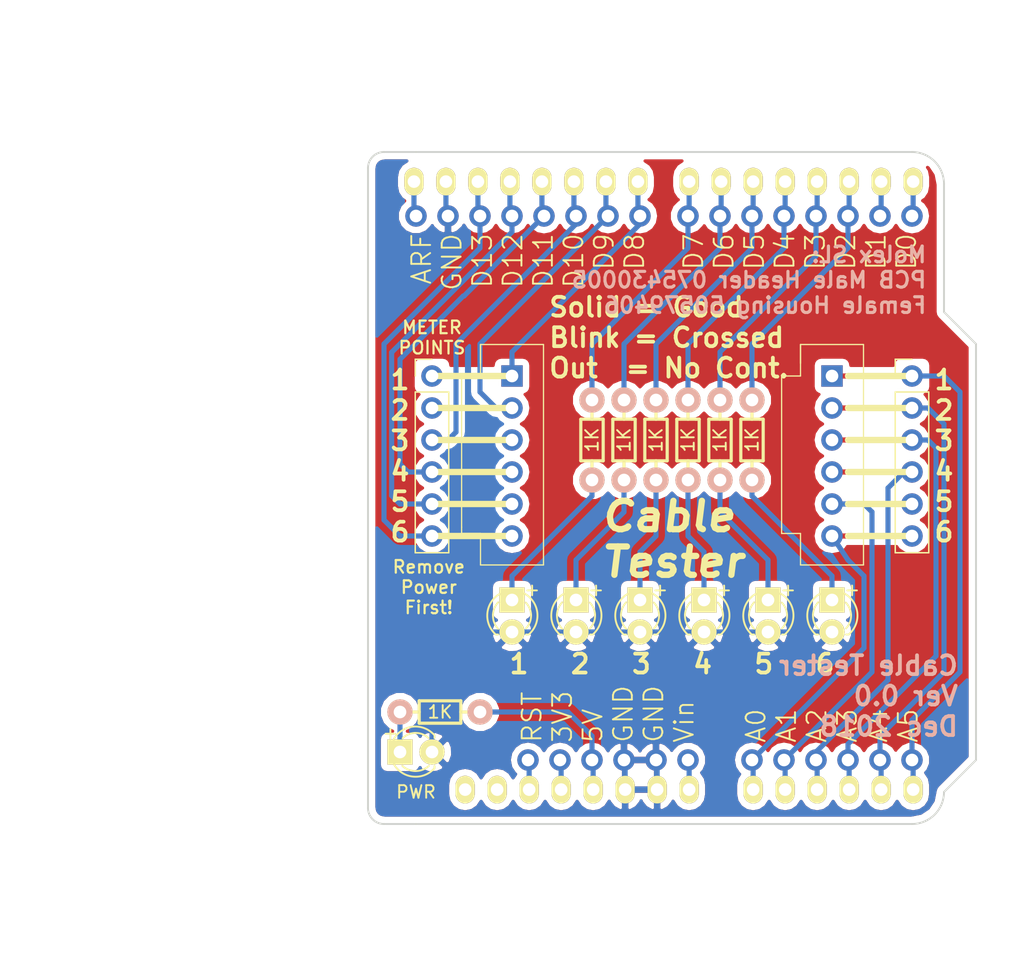
<source format=kicad_pcb>
(kicad_pcb (version 4) (host pcbnew 4.0.6)

  (general
    (links 75)
    (no_connects 0)
    (area 127 84.455 208.280001 160.745)
    (thickness 1.6)
    (drawings 40)
    (tracks 176)
    (zones 0)
    (modules 23)
    (nets 35)
  )

  (page USLetter)
  (title_block
    (title "Cable Tester")
    (date 2018-12-11)
    (rev 0.0)
    (company "Sigma Design")
    (comment 1 "K. Olsen")
  )

  (layers
    (0 F.Cu signal)
    (31 B.Cu signal)
    (32 B.Adhes user)
    (33 F.Adhes user)
    (34 B.Paste user)
    (35 F.Paste user)
    (36 B.SilkS user)
    (37 F.SilkS user)
    (38 B.Mask user)
    (39 F.Mask user)
    (40 Dwgs.User user)
    (41 Cmts.User user)
    (42 Eco1.User user)
    (43 Eco2.User user)
    (44 Edge.Cuts user)
    (45 Margin user)
    (46 B.CrtYd user)
    (47 F.CrtYd user)
    (48 B.Fab user)
    (49 F.Fab user)
  )

  (setup
    (last_trace_width 0.25)
    (user_trace_width 0.3048)
    (user_trace_width 0.4064)
    (user_trace_width 0.6096)
    (trace_clearance 0.2)
    (zone_clearance 0.508)
    (zone_45_only no)
    (trace_min 0.2)
    (segment_width 0.5)
    (edge_width 0.15)
    (via_size 0.6)
    (via_drill 0.4)
    (via_min_size 0.4)
    (via_min_drill 0.3)
    (uvia_size 0.3)
    (uvia_drill 0.1)
    (uvias_allowed no)
    (uvia_min_size 0.2)
    (uvia_min_drill 0.1)
    (pcb_text_width 0.3)
    (pcb_text_size 1.5 1.5)
    (mod_edge_width 0.15)
    (mod_text_size 1 1)
    (mod_text_width 0.15)
    (pad_size 1.7 1.7)
    (pad_drill 1)
    (pad_to_mask_clearance 0)
    (aux_axis_origin 0 0)
    (visible_elements 7FFFFFFF)
    (pcbplotparams
      (layerselection 0x010f0_80000001)
      (usegerberextensions false)
      (excludeedgelayer true)
      (linewidth 0.100000)
      (plotframeref false)
      (viasonmask false)
      (mode 1)
      (useauxorigin false)
      (hpglpennumber 1)
      (hpglpenspeed 20)
      (hpglpendiameter 15)
      (hpglpenoverlay 2)
      (psnegative false)
      (psa4output false)
      (plotreference true)
      (plotvalue true)
      (plotinvisibletext false)
      (padsonsilk false)
      (subtractmaskfromsilk false)
      (outputformat 1)
      (mirror false)
      (drillshape 0)
      (scaleselection 1)
      (outputdirectory gerbers/))
  )

  (net 0 "")
  (net 1 "Net-(J1-Pad2)")
  (net 2 GND)
  (net 3 "Net-(D1-Pad2)")
  (net 4 "Net-(J1-Pad4)")
  (net 5 VCC)
  (net 6 "Net-(J1-Pad8)")
  (net 7 "Net-(J1-Pad10)")
  (net 8 "Net-(J1-Pad11)")
  (net 9 "Net-(J1-Pad12)")
  (net 10 "Net-(J1-Pad13)")
  (net 11 "Net-(J1-Pad14)")
  (net 12 "Net-(J1-Pad15)")
  (net 13 "Net-(J1-Pad16)")
  (net 14 "Net-(J1-Pad30)")
  (net 15 "Net-(D2-Pad2)")
  (net 16 "Net-(D3-Pad2)")
  (net 17 "Net-(D4-Pad2)")
  (net 18 /D8)
  (net 19 /D9)
  (net 20 /D10)
  (net 21 /D11)
  (net 22 /D12)
  (net 23 /D13)
  (net 24 "Net-(J1-Pad3)")
  (net 25 "Net-(J1-Pad9)")
  (net 26 "Net-(J1-Pad17)")
  (net 27 "Net-(J1-Pad18)")
  (net 28 "Net-(J1-Pad19)")
  (net 29 "Net-(J1-Pad20)")
  (net 30 "Net-(J1-Pad21)")
  (net 31 "Net-(J1-Pad22)")
  (net 32 "Net-(D5-Pad2)")
  (net 33 "Net-(D6-Pad2)")
  (net 34 "Net-(D7-Pad2)")

  (net_class Default "This is the default net class."
    (clearance 0.2)
    (trace_width 0.25)
    (via_dia 0.6)
    (via_drill 0.4)
    (uvia_dia 0.3)
    (uvia_drill 0.1)
    (add_net /D10)
    (add_net /D11)
    (add_net /D12)
    (add_net /D13)
    (add_net /D8)
    (add_net /D9)
    (add_net GND)
    (add_net "Net-(D1-Pad2)")
    (add_net "Net-(D2-Pad2)")
    (add_net "Net-(D3-Pad2)")
    (add_net "Net-(D4-Pad2)")
    (add_net "Net-(D5-Pad2)")
    (add_net "Net-(D6-Pad2)")
    (add_net "Net-(D7-Pad2)")
    (add_net "Net-(J1-Pad10)")
    (add_net "Net-(J1-Pad11)")
    (add_net "Net-(J1-Pad12)")
    (add_net "Net-(J1-Pad13)")
    (add_net "Net-(J1-Pad14)")
    (add_net "Net-(J1-Pad15)")
    (add_net "Net-(J1-Pad16)")
    (add_net "Net-(J1-Pad17)")
    (add_net "Net-(J1-Pad18)")
    (add_net "Net-(J1-Pad19)")
    (add_net "Net-(J1-Pad2)")
    (add_net "Net-(J1-Pad20)")
    (add_net "Net-(J1-Pad21)")
    (add_net "Net-(J1-Pad22)")
    (add_net "Net-(J1-Pad3)")
    (add_net "Net-(J1-Pad30)")
    (add_net "Net-(J1-Pad4)")
    (add_net "Net-(J1-Pad8)")
    (add_net "Net-(J1-Pad9)")
    (add_net VCC)
  )

  (module Pin_Headers:Pin_Header_Straight_1x06_Pitch2.54mm (layer F.Cu) (tedit 5C1166FA) (tstamp 5C11650F)
    (at 181.61 144.78 270)
    (descr "Through hole straight pin header, 1x06, 2.54mm pitch, single row")
    (tags "Through hole pin header THT 1x06 2.54mm single row")
    (path /5C116DDC)
    (fp_text reference J4 (at 0 -2.33 270) (layer F.SilkS) hide
      (effects (font (size 1 1) (thickness 0.15)))
    )
    (fp_text value CONN_01X06 (at 0 15.03 270) (layer F.Fab)
      (effects (font (size 1 1) (thickness 0.15)))
    )
    (fp_line (start -0.635 -1.27) (end 1.27 -1.27) (layer F.Fab) (width 0.1))
    (fp_line (start 1.27 -1.27) (end 1.27 13.97) (layer F.Fab) (width 0.1))
    (fp_line (start 1.27 13.97) (end -1.27 13.97) (layer F.Fab) (width 0.1))
    (fp_line (start -1.27 13.97) (end -1.27 -0.635) (layer F.Fab) (width 0.1))
    (fp_line (start -1.27 -0.635) (end -0.635 -1.27) (layer F.Fab) (width 0.1))
    (fp_line (start -1.8 -1.8) (end -1.8 14.5) (layer F.CrtYd) (width 0.05))
    (fp_line (start -1.8 14.5) (end 1.8 14.5) (layer F.CrtYd) (width 0.05))
    (fp_line (start 1.8 14.5) (end 1.8 -1.8) (layer F.CrtYd) (width 0.05))
    (fp_line (start 1.8 -1.8) (end -1.8 -1.8) (layer F.CrtYd) (width 0.05))
    (fp_text user %R (at 0 6.35 360) (layer F.Fab)
      (effects (font (size 1 1) (thickness 0.15)))
    )
    (pad 1 thru_hole circle (at 0 0 270) (size 1.7 1.7) (drill 1) (layers *.Cu *.Mask)
      (net 6 "Net-(J1-Pad8)"))
    (pad 2 thru_hole oval (at 0 2.54 270) (size 1.7 1.7) (drill 1) (layers *.Cu *.Mask)
      (net 2 GND))
    (pad 3 thru_hole oval (at 0 5.08 270) (size 1.7 1.7) (drill 1) (layers *.Cu *.Mask)
      (net 2 GND))
    (pad 4 thru_hole oval (at 0 7.62 270) (size 1.7 1.7) (drill 1) (layers *.Cu *.Mask)
      (net 5 VCC))
    (pad 5 thru_hole oval (at 0 10.16 270) (size 1.7 1.7) (drill 1) (layers *.Cu *.Mask)
      (net 4 "Net-(J1-Pad4)"))
    (pad 6 thru_hole oval (at 0 12.7 270) (size 1.7 1.7) (drill 1) (layers *.Cu *.Mask)
      (net 24 "Net-(J1-Pad3)"))
    (model ${KISYS3DMOD}/Pin_Headers.3dshapes/Pin_Header_Straight_1x06_Pitch2.54mm.wrl
      (at (xyz 0 0 0))
      (scale (xyz 1 1 1))
      (rotate (xyz 0 0 0))
    )
  )

  (module Pin_Headers:Pin_Header_Straight_1x06_Pitch2.54mm (layer F.Cu) (tedit 5C1166DC) (tstamp 5C116519)
    (at 199.39 144.78 270)
    (descr "Through hole straight pin header, 1x06, 2.54mm pitch, single row")
    (tags "Through hole pin header THT 1x06 2.54mm single row")
    (path /5C116D80)
    (fp_text reference J5 (at 0 -2.33 270) (layer F.SilkS) hide
      (effects (font (size 1 1) (thickness 0.15)))
    )
    (fp_text value CONN_01X06 (at 0 15.03 270) (layer F.Fab)
      (effects (font (size 1 1) (thickness 0.15)))
    )
    (fp_line (start -0.635 -1.27) (end 1.27 -1.27) (layer F.Fab) (width 0.1))
    (fp_line (start 1.27 -1.27) (end 1.27 13.97) (layer F.Fab) (width 0.1))
    (fp_line (start 1.27 13.97) (end -1.27 13.97) (layer F.Fab) (width 0.1))
    (fp_line (start -1.27 13.97) (end -1.27 -0.635) (layer F.Fab) (width 0.1))
    (fp_line (start -1.27 -0.635) (end -0.635 -1.27) (layer F.Fab) (width 0.1))
    (fp_line (start -1.8 -1.8) (end -1.8 14.5) (layer F.CrtYd) (width 0.05))
    (fp_line (start -1.8 14.5) (end 1.8 14.5) (layer F.CrtYd) (width 0.05))
    (fp_line (start 1.8 14.5) (end 1.8 -1.8) (layer F.CrtYd) (width 0.05))
    (fp_line (start 1.8 -1.8) (end -1.8 -1.8) (layer F.CrtYd) (width 0.05))
    (fp_text user %R (at 0 6.35 360) (layer F.Fab)
      (effects (font (size 1 1) (thickness 0.15)))
    )
    (pad 1 thru_hole circle (at 0 0 270) (size 1.7 1.7) (drill 1) (layers *.Cu *.Mask)
      (net 11 "Net-(J1-Pad14)"))
    (pad 2 thru_hole oval (at 0 2.54 270) (size 1.7 1.7) (drill 1) (layers *.Cu *.Mask)
      (net 10 "Net-(J1-Pad13)"))
    (pad 3 thru_hole oval (at 0 5.08 270) (size 1.7 1.7) (drill 1) (layers *.Cu *.Mask)
      (net 9 "Net-(J1-Pad12)"))
    (pad 4 thru_hole oval (at 0 7.62 270) (size 1.7 1.7) (drill 1) (layers *.Cu *.Mask)
      (net 8 "Net-(J1-Pad11)"))
    (pad 5 thru_hole oval (at 0 10.16 270) (size 1.7 1.7) (drill 1) (layers *.Cu *.Mask)
      (net 7 "Net-(J1-Pad10)"))
    (pad 6 thru_hole oval (at 0 12.7 270) (size 1.7 1.7) (drill 1) (layers *.Cu *.Mask)
      (net 25 "Net-(J1-Pad9)"))
    (model ${KISYS3DMOD}/Pin_Headers.3dshapes/Pin_Header_Straight_1x06_Pitch2.54mm.wrl
      (at (xyz 0 0 0))
      (scale (xyz 1 1 1))
      (rotate (xyz 0 0 0))
    )
  )

  (module Pin_Headers:Pin_Header_Straight_1x08_Pitch2.54mm (layer F.Cu) (tedit 5C11669F) (tstamp 5C116525)
    (at 160.02 101.6 90)
    (descr "Through hole straight pin header, 1x08, 2.54mm pitch, single row")
    (tags "Through hole pin header THT 1x08 2.54mm single row")
    (path /5C116C84)
    (fp_text reference J6 (at 0 -2.33 90) (layer F.SilkS) hide
      (effects (font (size 1 1) (thickness 0.15)))
    )
    (fp_text value CONN_01X08 (at 0 20.11 90) (layer F.Fab)
      (effects (font (size 1 1) (thickness 0.15)))
    )
    (fp_line (start -0.635 -1.27) (end 1.27 -1.27) (layer F.Fab) (width 0.1))
    (fp_line (start 1.27 -1.27) (end 1.27 19.05) (layer F.Fab) (width 0.1))
    (fp_line (start 1.27 19.05) (end -1.27 19.05) (layer F.Fab) (width 0.1))
    (fp_line (start -1.27 19.05) (end -1.27 -0.635) (layer F.Fab) (width 0.1))
    (fp_line (start -1.27 -0.635) (end -0.635 -1.27) (layer F.Fab) (width 0.1))
    (fp_line (start -1.8 -1.8) (end -1.8 19.55) (layer F.CrtYd) (width 0.05))
    (fp_line (start -1.8 19.55) (end 1.8 19.55) (layer F.CrtYd) (width 0.05))
    (fp_line (start 1.8 19.55) (end 1.8 -1.8) (layer F.CrtYd) (width 0.05))
    (fp_line (start 1.8 -1.8) (end -1.8 -1.8) (layer F.CrtYd) (width 0.05))
    (fp_text user %R (at 0 8.89 180) (layer F.Fab)
      (effects (font (size 1 1) (thickness 0.15)))
    )
    (pad 1 thru_hole circle (at 0 0 90) (size 1.7 1.7) (drill 1) (layers *.Cu *.Mask)
      (net 14 "Net-(J1-Pad30)"))
    (pad 2 thru_hole oval (at 0 2.54 90) (size 1.7 1.7) (drill 1) (layers *.Cu *.Mask)
      (net 2 GND))
    (pad 3 thru_hole oval (at 0 5.08 90) (size 1.7 1.7) (drill 1) (layers *.Cu *.Mask)
      (net 23 /D13))
    (pad 4 thru_hole oval (at 0 7.62 90) (size 1.7 1.7) (drill 1) (layers *.Cu *.Mask)
      (net 22 /D12))
    (pad 5 thru_hole oval (at 0 10.16 90) (size 1.7 1.7) (drill 1) (layers *.Cu *.Mask)
      (net 21 /D11))
    (pad 6 thru_hole oval (at 0 12.7 90) (size 1.7 1.7) (drill 1) (layers *.Cu *.Mask)
      (net 20 /D10))
    (pad 7 thru_hole oval (at 0 15.24 90) (size 1.7 1.7) (drill 1) (layers *.Cu *.Mask)
      (net 19 /D9))
    (pad 8 thru_hole oval (at 0 17.78 90) (size 1.7 1.7) (drill 1) (layers *.Cu *.Mask)
      (net 18 /D8))
    (model ${KISYS3DMOD}/Pin_Headers.3dshapes/Pin_Header_Straight_1x08_Pitch2.54mm.wrl
      (at (xyz 0 0 0))
      (scale (xyz 1 1 1))
      (rotate (xyz 0 0 0))
    )
  )

  (module Pin_Headers:Pin_Header_Straight_1x08_Pitch2.54mm (layer F.Cu) (tedit 5C11667C) (tstamp 5C116531)
    (at 181.61 101.6 90)
    (descr "Through hole straight pin header, 1x08, 2.54mm pitch, single row")
    (tags "Through hole pin header THT 1x08 2.54mm single row")
    (path /5C116D17)
    (fp_text reference J7 (at 0 -2.33 90) (layer F.SilkS) hide
      (effects (font (size 1 1) (thickness 0.15)))
    )
    (fp_text value CONN_01X08 (at 0 20.11 90) (layer F.Fab)
      (effects (font (size 1 1) (thickness 0.15)))
    )
    (fp_line (start -0.635 -1.27) (end 1.27 -1.27) (layer F.Fab) (width 0.1))
    (fp_line (start 1.27 -1.27) (end 1.27 19.05) (layer F.Fab) (width 0.1))
    (fp_line (start 1.27 19.05) (end -1.27 19.05) (layer F.Fab) (width 0.1))
    (fp_line (start -1.27 19.05) (end -1.27 -0.635) (layer F.Fab) (width 0.1))
    (fp_line (start -1.27 -0.635) (end -0.635 -1.27) (layer F.Fab) (width 0.1))
    (fp_line (start -1.8 -1.8) (end -1.8 19.55) (layer F.CrtYd) (width 0.05))
    (fp_line (start -1.8 19.55) (end 1.8 19.55) (layer F.CrtYd) (width 0.05))
    (fp_line (start 1.8 19.55) (end 1.8 -1.8) (layer F.CrtYd) (width 0.05))
    (fp_line (start 1.8 -1.8) (end -1.8 -1.8) (layer F.CrtYd) (width 0.05))
    (fp_text user %R (at 0 8.89 180) (layer F.Fab)
      (effects (font (size 1 1) (thickness 0.15)))
    )
    (pad 1 thru_hole circle (at 0 0 90) (size 1.7 1.7) (drill 1) (layers *.Cu *.Mask)
      (net 31 "Net-(J1-Pad22)"))
    (pad 2 thru_hole oval (at 0 2.54 90) (size 1.7 1.7) (drill 1) (layers *.Cu *.Mask)
      (net 30 "Net-(J1-Pad21)"))
    (pad 3 thru_hole oval (at 0 5.08 90) (size 1.7 1.7) (drill 1) (layers *.Cu *.Mask)
      (net 29 "Net-(J1-Pad20)"))
    (pad 4 thru_hole oval (at 0 7.62 90) (size 1.7 1.7) (drill 1) (layers *.Cu *.Mask)
      (net 28 "Net-(J1-Pad19)"))
    (pad 5 thru_hole oval (at 0 10.16 90) (size 1.7 1.7) (drill 1) (layers *.Cu *.Mask)
      (net 27 "Net-(J1-Pad18)"))
    (pad 6 thru_hole oval (at 0 12.7 90) (size 1.7 1.7) (drill 1) (layers *.Cu *.Mask)
      (net 26 "Net-(J1-Pad17)"))
    (pad 7 thru_hole oval (at 0 15.24 90) (size 1.7 1.7) (drill 1) (layers *.Cu *.Mask)
      (net 13 "Net-(J1-Pad16)"))
    (pad 8 thru_hole oval (at 0 17.78 90) (size 1.7 1.7) (drill 1) (layers *.Cu *.Mask)
      (net 12 "Net-(J1-Pad15)"))
    (model ${KISYS3DMOD}/Pin_Headers.3dshapes/Pin_Header_Straight_1x08_Pitch2.54mm.wrl
      (at (xyz 0 0 0))
      (scale (xyz 1 1 1))
      (rotate (xyz 0 0 0))
    )
  )

  (module Pin_Headers:Pin_Header_Straight_1x06_Pitch2.54mm (layer F.Cu) (tedit 5C11624E) (tstamp 5C116252)
    (at 167.64 114.3)
    (descr "Through hole straight pin header, 1x06, 2.54mm pitch, single row")
    (tags "Through hole pin header THT 1x06 2.54mm single row")
    (path /5C1062D1)
    (fp_text reference J2 (at 0 -2.33) (layer F.SilkS) hide
      (effects (font (size 1 1) (thickness 0.15)))
    )
    (fp_text value CONN_01X06 (at 0 15.03) (layer F.Fab)
      (effects (font (size 1 1) (thickness 0.15)))
    )
    (fp_line (start -2.5 15) (end 2.5 15) (layer F.SilkS) (width 0.1))
    (fp_line (start -2.5 15) (end -2.5 12.5) (layer F.SilkS) (width 0.1))
    (fp_line (start -2.5 12.5) (end -4 12.5) (layer F.SilkS) (width 0.1))
    (fp_line (start -4 12.5) (end -4 12) (layer F.SilkS) (width 0.1))
    (fp_line (start -2.5 -2.5) (end -2.5 0) (layer F.SilkS) (width 0.1))
    (fp_line (start -2.5 0) (end -4 0) (layer F.SilkS) (width 0.1))
    (fp_line (start -4 0) (end -4 12) (layer F.SilkS) (width 0.1))
    (fp_line (start 2.5 -2.5) (end -2.5 -2.5) (layer F.SilkS) (width 0.1))
    (fp_line (start -2.5 -2.5) (end -2.5 -1) (layer F.SilkS) (width 0.1))
    (fp_line (start 2.5 -2.5) (end 2.5 15) (layer F.SilkS) (width 0.1))
    (fp_line (start -0.635 -1.27) (end 1.27 -1.27) (layer F.Fab) (width 0.1))
    (fp_line (start 1.27 -1.27) (end 1.27 13.97) (layer F.Fab) (width 0.1))
    (fp_line (start 1.27 13.97) (end -1.27 13.97) (layer F.Fab) (width 0.1))
    (fp_line (start -1.27 13.97) (end -1.27 -0.635) (layer F.Fab) (width 0.1))
    (fp_line (start -1.27 -0.635) (end -0.635 -1.27) (layer F.Fab) (width 0.1))
    (fp_line (start -1.8 -1.8) (end -1.8 14.5) (layer F.CrtYd) (width 0.05))
    (fp_line (start -1.8 14.5) (end 1.8 14.5) (layer F.CrtYd) (width 0.05))
    (fp_line (start 1.8 14.5) (end 1.8 -1.8) (layer F.CrtYd) (width 0.05))
    (fp_line (start 1.8 -1.8) (end -1.8 -1.8) (layer F.CrtYd) (width 0.05))
    (fp_text user %R (at 0 6.35 90) (layer F.Fab)
      (effects (font (size 1 1) (thickness 0.15)))
    )
    (pad 1 thru_hole rect (at 0 0) (size 1.7 1.7) (drill 1) (layers *.Cu *.Mask)
      (net 18 /D8))
    (pad 2 thru_hole oval (at 0 2.54) (size 1.7 1.7) (drill 1) (layers *.Cu *.Mask)
      (net 19 /D9))
    (pad 3 thru_hole oval (at 0 5.08) (size 1.7 1.7) (drill 1) (layers *.Cu *.Mask)
      (net 20 /D10))
    (pad 4 thru_hole oval (at 0 7.62) (size 1.7 1.7) (drill 1) (layers *.Cu *.Mask)
      (net 21 /D11))
    (pad 5 thru_hole oval (at 0 10.16) (size 1.7 1.7) (drill 1) (layers *.Cu *.Mask)
      (net 22 /D12))
    (pad 6 thru_hole oval (at 0 12.7) (size 1.7 1.7) (drill 1) (layers *.Cu *.Mask)
      (net 23 /D13))
    (model ${KISYS3DMOD}/Pin_Headers.3dshapes/Pin_Header_Straight_1x06_Pitch2.54mm.wrl
      (at (xyz 0 0 0))
      (scale (xyz 1 1 1))
      (rotate (xyz 0 0 0))
    )
  )

  (module Pin_Headers:Pin_Header_Straight_1x06_Pitch2.54mm (layer F.Cu) (tedit 5C116248) (tstamp 5C1061AE)
    (at 193.04 114.3)
    (descr "Through hole straight pin header, 1x06, 2.54mm pitch, single row")
    (tags "Through hole pin header THT 1x06 2.54mm single row")
    (path /5C10638A)
    (fp_text reference J3 (at 0 -2.33) (layer F.SilkS) hide
      (effects (font (size 1 1) (thickness 0.15)))
    )
    (fp_text value CONN_01X06 (at 0 15.03) (layer F.Fab)
      (effects (font (size 1 1) (thickness 0.15)))
    )
    (fp_line (start -2.5 15) (end 2.5 15) (layer F.SilkS) (width 0.1))
    (fp_line (start -2.5 15) (end -2.5 12.5) (layer F.SilkS) (width 0.1))
    (fp_line (start -2.5 12.5) (end -4 12.5) (layer F.SilkS) (width 0.1))
    (fp_line (start -4 12.5) (end -4 12) (layer F.SilkS) (width 0.1))
    (fp_line (start -2.5 -2.5) (end -2.5 0) (layer F.SilkS) (width 0.1))
    (fp_line (start -2.5 0) (end -4 0) (layer F.SilkS) (width 0.1))
    (fp_line (start -4 0) (end -4 12) (layer F.SilkS) (width 0.1))
    (fp_line (start 2.5 -2.5) (end -2.5 -2.5) (layer F.SilkS) (width 0.1))
    (fp_line (start -2.5 -2.5) (end -2.5 -1) (layer F.SilkS) (width 0.1))
    (fp_line (start 2.5 -2.5) (end 2.5 15) (layer F.SilkS) (width 0.1))
    (fp_line (start -0.635 -1.27) (end 1.27 -1.27) (layer F.Fab) (width 0.1))
    (fp_line (start 1.27 -1.27) (end 1.27 13.97) (layer F.Fab) (width 0.1))
    (fp_line (start 1.27 13.97) (end -1.27 13.97) (layer F.Fab) (width 0.1))
    (fp_line (start -1.27 13.97) (end -1.27 -0.635) (layer F.Fab) (width 0.1))
    (fp_line (start -1.27 -0.635) (end -0.635 -1.27) (layer F.Fab) (width 0.1))
    (fp_line (start -1.8 -1.8) (end -1.8 14.5) (layer F.CrtYd) (width 0.05))
    (fp_line (start -1.8 14.5) (end 1.8 14.5) (layer F.CrtYd) (width 0.05))
    (fp_line (start 1.8 14.5) (end 1.8 -1.8) (layer F.CrtYd) (width 0.05))
    (fp_line (start 1.8 -1.8) (end -1.8 -1.8) (layer F.CrtYd) (width 0.05))
    (fp_text user %R (at 0 6.35 90) (layer F.Fab)
      (effects (font (size 1 1) (thickness 0.15)))
    )
    (pad 1 thru_hole rect (at 0 0) (size 1.7 1.7) (drill 1) (layers *.Cu *.Mask)
      (net 11 "Net-(J1-Pad14)"))
    (pad 2 thru_hole oval (at 0 2.54) (size 1.7 1.7) (drill 1) (layers *.Cu *.Mask)
      (net 10 "Net-(J1-Pad13)"))
    (pad 3 thru_hole oval (at 0 5.08) (size 1.7 1.7) (drill 1) (layers *.Cu *.Mask)
      (net 9 "Net-(J1-Pad12)"))
    (pad 4 thru_hole oval (at 0 7.62) (size 1.7 1.7) (drill 1) (layers *.Cu *.Mask)
      (net 8 "Net-(J1-Pad11)"))
    (pad 5 thru_hole oval (at 0 10.16) (size 1.7 1.7) (drill 1) (layers *.Cu *.Mask)
      (net 7 "Net-(J1-Pad10)"))
    (pad 6 thru_hole oval (at 0 12.7) (size 1.7 1.7) (drill 1) (layers *.Cu *.Mask)
      (net 25 "Net-(J1-Pad9)"))
    (model ${KISYS3DMOD}/Pin_Headers.3dshapes/Pin_Header_Straight_1x06_Pitch2.54mm.wrl
      (at (xyz 0 0 0))
      (scale (xyz 1 1 1))
      (rotate (xyz 0 0 0))
    )
  )

  (module footprints:arduino_header locked (layer F.Cu) (tedit 5C115A34) (tstamp 5A567517)
    (at 169 123)
    (descr "Arduino Header")
    (tags Arduino)
    (path /5A09D18F)
    (fp_text reference J1 (at -13.044 28.384) (layer F.SilkS) hide
      (effects (font (size 1.016 1.016) (thickness 0.2032)))
    )
    (fp_text value Arduino_Header (at -6.186 28.384) (layer F.SilkS) hide
      (effects (font (size 1.016 0.889) (thickness 0.2032)))
    )
    (fp_line (start 31.75 -26.67) (end -31.75 -26.67) (layer Dwgs.User) (width 0.381))
    (fp_line (start -31.75 26.67) (end 31.75 26.67) (layer Dwgs.User) (width 0.381))
    (fp_line (start 35.56 21.59) (end 35.56 -11.43) (layer Dwgs.User) (width 0.381))
    (fp_line (start 35.56 21.59) (end 33.02 24.13) (layer Dwgs.User) (width 0.381))
    (fp_line (start 33.02 24.13) (end 33.02 25.4) (layer Dwgs.User) (width 0.381))
    (fp_line (start 33.02 -25.4) (end 33.02 -13.97) (layer Dwgs.User) (width 0.381))
    (fp_line (start 33.02 -13.97) (end 35.56 -11.43) (layer Dwgs.User) (width 0.381))
    (fp_line (start 31.75 -26.67) (end 33.02 -25.4) (layer Dwgs.User) (width 0.381))
    (fp_arc (start -31.75 -25.4) (end -33.02 -25.4) (angle 90) (layer Dwgs.User) (width 0.381))
    (fp_line (start -33.02 25.4) (end -33.02 -25.4) (layer Dwgs.User) (width 0.381))
    (fp_arc (start -31.75 25.4) (end -31.75 26.67) (angle 90) (layer Dwgs.User) (width 0.381))
    (fp_arc (start 31.75 25.4) (end 33.02 25.4) (angle 90) (layer Dwgs.User) (width 0.381))
    (pad 1 thru_hole oval (at -5.08 24.13) (size 1.524 2.19964) (drill 1.00076) (layers *.Cu *.Mask F.SilkS))
    (pad 2 thru_hole oval (at -2.54 24.13) (size 1.524 2.19964) (drill 1.00076) (layers *.Cu *.Mask F.SilkS)
      (net 1 "Net-(J1-Pad2)"))
    (pad 3 thru_hole oval (at 0 24.13) (size 1.524 2.19964) (drill 1.00076) (layers *.Cu *.Mask F.SilkS)
      (net 24 "Net-(J1-Pad3)"))
    (pad 4 thru_hole oval (at 2.54 24.13) (size 1.524 2.19964) (drill 1.00076) (layers *.Cu *.Mask F.SilkS)
      (net 4 "Net-(J1-Pad4)"))
    (pad 5 thru_hole oval (at 5.08 24.13) (size 1.524 2.19964) (drill 1.00076) (layers *.Cu *.Mask F.SilkS)
      (net 5 VCC))
    (pad 6 thru_hole oval (at 7.62 24.13) (size 1.524 2.19964) (drill 1.00076) (layers *.Cu *.Mask F.SilkS)
      (net 2 GND))
    (pad 7 thru_hole oval (at 10.16 24.13) (size 1.524 2.19964) (drill 1.00076) (layers *.Cu *.Mask F.SilkS)
      (net 2 GND))
    (pad 8 thru_hole oval (at 12.7 24.13) (size 1.524 2.19964) (drill 1.00076) (layers *.Cu *.Mask F.SilkS)
      (net 6 "Net-(J1-Pad8)"))
    (pad 9 thru_hole oval (at 17.78 24.13) (size 1.524 2.19964) (drill 1.00076) (layers *.Cu *.Mask F.SilkS)
      (net 25 "Net-(J1-Pad9)"))
    (pad 10 thru_hole oval (at 20.32 24.13) (size 1.524 2.19964) (drill 1.00076) (layers *.Cu *.Mask F.SilkS)
      (net 7 "Net-(J1-Pad10)"))
    (pad 11 thru_hole oval (at 22.86 24.13) (size 1.524 2.19964) (drill 1.00076) (layers *.Cu *.Mask F.SilkS)
      (net 8 "Net-(J1-Pad11)"))
    (pad 12 thru_hole oval (at 25.4 24.13) (size 1.524 2.19964) (drill 1.00076) (layers *.Cu *.Mask F.SilkS)
      (net 9 "Net-(J1-Pad12)"))
    (pad 13 thru_hole oval (at 27.94 24.13) (size 1.524 2.19964) (drill 1.00076) (layers *.Cu *.Mask F.SilkS)
      (net 10 "Net-(J1-Pad13)"))
    (pad 14 thru_hole oval (at 30.48 24.13) (size 1.524 2.19964) (drill 1.00076) (layers *.Cu *.Mask F.SilkS)
      (net 11 "Net-(J1-Pad14)"))
    (pad 15 thru_hole oval (at 30.48 -24.13) (size 1.524 2.1971) (drill 0.99822) (layers *.Cu *.Mask F.SilkS)
      (net 12 "Net-(J1-Pad15)"))
    (pad 16 thru_hole oval (at 27.94 -24.13) (size 1.524 2.1971) (drill 0.99822) (layers *.Cu *.Mask F.SilkS)
      (net 13 "Net-(J1-Pad16)"))
    (pad 17 thru_hole oval (at 25.4 -24.13) (size 1.524 2.1971) (drill 0.99822) (layers *.Cu *.Mask F.SilkS)
      (net 26 "Net-(J1-Pad17)"))
    (pad 18 thru_hole oval (at 22.86 -24.13) (size 1.524 2.1971) (drill 0.99822) (layers *.Cu *.Mask F.SilkS)
      (net 27 "Net-(J1-Pad18)"))
    (pad 19 thru_hole oval (at 20.32 -24.13) (size 1.524 2.1971) (drill 0.99822) (layers *.Cu *.Mask F.SilkS)
      (net 28 "Net-(J1-Pad19)"))
    (pad 20 thru_hole oval (at 17.78 -24.13) (size 1.524 2.1971) (drill 0.99822) (layers *.Cu *.Mask F.SilkS)
      (net 29 "Net-(J1-Pad20)"))
    (pad 21 thru_hole oval (at 15.24 -24.13) (size 1.524 2.1971) (drill 0.99822) (layers *.Cu *.Mask F.SilkS)
      (net 30 "Net-(J1-Pad21)"))
    (pad 22 thru_hole oval (at 12.7 -24.13) (size 1.524 2.1971) (drill 0.99822) (layers *.Cu *.Mask F.SilkS)
      (net 31 "Net-(J1-Pad22)"))
    (pad 23 thru_hole oval (at 8.636 -24.13) (size 1.524 2.1971) (drill 0.99822) (layers *.Cu *.Mask F.SilkS)
      (net 18 /D8))
    (pad 24 thru_hole oval (at 6.096 -24.13) (size 1.524 2.1971) (drill 0.99822) (layers *.Cu *.Mask F.SilkS)
      (net 19 /D9))
    (pad 25 thru_hole oval (at 3.556 -24.13) (size 1.524 2.1971) (drill 0.99822) (layers *.Cu *.Mask F.SilkS)
      (net 20 /D10))
    (pad 26 thru_hole oval (at 1.016 -24.13) (size 1.524 2.1971) (drill 0.99822) (layers *.Cu *.Mask F.SilkS)
      (net 21 /D11))
    (pad 27 thru_hole oval (at -1.524 -24.13) (size 1.524 2.1971) (drill 0.99822) (layers *.Cu *.Mask F.SilkS)
      (net 22 /D12))
    (pad 28 thru_hole oval (at -4.064 -24.13) (size 1.524 2.1971) (drill 0.99822) (layers *.Cu *.Mask F.SilkS)
      (net 23 /D13))
    (pad 29 thru_hole oval (at -6.604 -24.13) (size 1.524 2.1971) (drill 0.99822) (layers *.Cu *.Mask F.SilkS)
      (net 2 GND))
    (pad 30 thru_hole oval (at -9.14146 -24.13) (size 1.524 2.1971) (drill 0.99822) (layers *.Cu *.Mask F.SilkS)
      (net 14 "Net-(J1-Pad30)"))
    (model walter/conn_misc/arduino_header.wrl
      (at (xyz 0 0 0))
      (scale (xyz 1 1 1))
      (rotate (xyz 0 0 0))
    )
  )

  (module myFootPrints:LED-3MM (layer F.Cu) (tedit 5C11B14D) (tstamp 5C10617C)
    (at 161.29 144.145 180)
    (descr "LED 3mm round vertical")
    (tags "LED  3mm round vertical")
    (path /5A568B65)
    (fp_text reference D1 (at 1.91 3.06 180) (layer F.SilkS) hide
      (effects (font (size 1 1) (thickness 0.15)))
    )
    (fp_text value PWR (at 1.27 -3.175 180) (layer F.SilkS)
      (effects (font (size 1 1) (thickness 0.15)))
    )
    (fp_text user + (at 3.302 1.524 180) (layer F.SilkS)
      (effects (font (size 1 1) (thickness 0.15)))
    )
    (fp_line (start -1.2 2.3) (end 3.8 2.3) (layer F.CrtYd) (width 0.05))
    (fp_line (start 3.8 2.3) (end 3.8 -2.2) (layer F.CrtYd) (width 0.05))
    (fp_line (start 3.8 -2.2) (end -1.2 -2.2) (layer F.CrtYd) (width 0.05))
    (fp_line (start -1.2 -2.2) (end -1.2 2.3) (layer F.CrtYd) (width 0.05))
    (fp_line (start -0.199 1.314) (end -0.199 1.114) (layer F.SilkS) (width 0.15))
    (fp_line (start -0.199 -1.28) (end -0.199 -1.1) (layer F.SilkS) (width 0.15))
    (fp_arc (start 1.301 0.034) (end -0.199 -1.286) (angle 108.5) (layer F.SilkS) (width 0.15))
    (fp_arc (start 1.301 0.034) (end 0.25 -1.1) (angle 85.7) (layer F.SilkS) (width 0.15))
    (fp_arc (start 1.311 0.034) (end 3.051 0.994) (angle 110) (layer F.SilkS) (width 0.15))
    (fp_arc (start 1.301 0.034) (end 2.335 1.094) (angle 87.5) (layer F.SilkS) (width 0.15))
    (pad 1 thru_hole circle (at 0 0 270) (size 2 2) (drill 1.00076) (layers *.Cu *.Mask F.SilkS)
      (net 2 GND))
    (pad 2 thru_hole rect (at 2.54 0 180) (size 2 2) (drill 1.00076) (layers *.Cu *.Mask F.SilkS)
      (net 3 "Net-(D1-Pad2)"))
    (model LEDs.3dshapes/LED-3MM.wrl
      (at (xyz 0.05 0 0))
      (scale (xyz 1 1 1))
      (rotate (xyz 0 0 90))
    )
  )

  (module myFootPrints:LED-3MM (layer F.Cu) (tedit 5C11B204) (tstamp 5C106186)
    (at 167.64 134.62 90)
    (descr "LED 3mm round vertical")
    (tags "LED  3mm round vertical")
    (path /5A0A6A26)
    (fp_text reference D7 (at 1.91 3.06 90) (layer F.SilkS) hide
      (effects (font (size 1 1) (thickness 0.15)))
    )
    (fp_text value LED (at 1.27 -1.524 90) (layer F.Fab)
      (effects (font (size 1 1) (thickness 0.15)))
    )
    (fp_text user + (at 3.302 1.524 90) (layer F.SilkS)
      (effects (font (size 1 1) (thickness 0.15)))
    )
    (fp_line (start -1.2 2.3) (end 3.8 2.3) (layer F.CrtYd) (width 0.05))
    (fp_line (start 3.8 2.3) (end 3.8 -2.2) (layer F.CrtYd) (width 0.05))
    (fp_line (start 3.8 -2.2) (end -1.2 -2.2) (layer F.CrtYd) (width 0.05))
    (fp_line (start -1.2 -2.2) (end -1.2 2.3) (layer F.CrtYd) (width 0.05))
    (fp_line (start -0.199 1.314) (end -0.199 1.114) (layer F.SilkS) (width 0.15))
    (fp_line (start -0.199 -1.28) (end -0.199 -1.1) (layer F.SilkS) (width 0.15))
    (fp_arc (start 1.301 0.034) (end -0.199 -1.286) (angle 108.5) (layer F.SilkS) (width 0.15))
    (fp_arc (start 1.301 0.034) (end 0.25 -1.1) (angle 85.7) (layer F.SilkS) (width 0.15))
    (fp_arc (start 1.311 0.034) (end 3.051 0.994) (angle 110) (layer F.SilkS) (width 0.15))
    (fp_arc (start 1.301 0.034) (end 2.335 1.094) (angle 87.5) (layer F.SilkS) (width 0.15))
    (pad 1 thru_hole circle (at 0 0 180) (size 2 2) (drill 1.00076) (layers *.Cu *.Mask F.SilkS)
      (net 2 GND))
    (pad 2 thru_hole rect (at 2.54 0 90) (size 2 2) (drill 1.00076) (layers *.Cu *.Mask F.SilkS)
      (net 34 "Net-(D7-Pad2)"))
    (model LEDs.3dshapes/LED-3MM.wrl
      (at (xyz 0.05 0 0))
      (scale (xyz 1 1 1))
      (rotate (xyz 0 0 90))
    )
  )

  (module myFootPrints:LED-3MM (layer F.Cu) (tedit 5C11B1FD) (tstamp 5C10618C)
    (at 172.72 134.62 90)
    (descr "LED 3mm round vertical")
    (tags "LED  3mm round vertical")
    (path /5B19FAFA)
    (fp_text reference D6 (at 1.91 3.06 90) (layer F.SilkS) hide
      (effects (font (size 1 1) (thickness 0.15)))
    )
    (fp_text value LED (at 1.27 -1.524 90) (layer F.Fab)
      (effects (font (size 1 1) (thickness 0.15)))
    )
    (fp_text user + (at 3.302 1.524 90) (layer F.SilkS)
      (effects (font (size 1 1) (thickness 0.15)))
    )
    (fp_line (start -1.2 2.3) (end 3.8 2.3) (layer F.CrtYd) (width 0.05))
    (fp_line (start 3.8 2.3) (end 3.8 -2.2) (layer F.CrtYd) (width 0.05))
    (fp_line (start 3.8 -2.2) (end -1.2 -2.2) (layer F.CrtYd) (width 0.05))
    (fp_line (start -1.2 -2.2) (end -1.2 2.3) (layer F.CrtYd) (width 0.05))
    (fp_line (start -0.199 1.314) (end -0.199 1.114) (layer F.SilkS) (width 0.15))
    (fp_line (start -0.199 -1.28) (end -0.199 -1.1) (layer F.SilkS) (width 0.15))
    (fp_arc (start 1.301 0.034) (end -0.199 -1.286) (angle 108.5) (layer F.SilkS) (width 0.15))
    (fp_arc (start 1.301 0.034) (end 0.25 -1.1) (angle 85.7) (layer F.SilkS) (width 0.15))
    (fp_arc (start 1.311 0.034) (end 3.051 0.994) (angle 110) (layer F.SilkS) (width 0.15))
    (fp_arc (start 1.301 0.034) (end 2.335 1.094) (angle 87.5) (layer F.SilkS) (width 0.15))
    (pad 1 thru_hole circle (at 0 0 180) (size 2 2) (drill 1.00076) (layers *.Cu *.Mask F.SilkS)
      (net 2 GND))
    (pad 2 thru_hole rect (at 2.54 0 90) (size 2 2) (drill 1.00076) (layers *.Cu *.Mask F.SilkS)
      (net 33 "Net-(D6-Pad2)"))
    (model LEDs.3dshapes/LED-3MM.wrl
      (at (xyz 0.05 0 0))
      (scale (xyz 1 1 1))
      (rotate (xyz 0 0 90))
    )
  )

  (module myFootPrints:LED-3MM (layer F.Cu) (tedit 5C11B1F6) (tstamp 5C106192)
    (at 177.8 134.62 90)
    (descr "LED 3mm round vertical")
    (tags "LED  3mm round vertical")
    (path /5B19FB33)
    (fp_text reference D5 (at 1.91 3.06 90) (layer F.SilkS) hide
      (effects (font (size 1 1) (thickness 0.15)))
    )
    (fp_text value LED (at 1.27 -1.524 90) (layer F.Fab)
      (effects (font (size 1 1) (thickness 0.15)))
    )
    (fp_text user + (at 3.302 1.524 90) (layer F.SilkS)
      (effects (font (size 1 1) (thickness 0.15)))
    )
    (fp_line (start -1.2 2.3) (end 3.8 2.3) (layer F.CrtYd) (width 0.05))
    (fp_line (start 3.8 2.3) (end 3.8 -2.2) (layer F.CrtYd) (width 0.05))
    (fp_line (start 3.8 -2.2) (end -1.2 -2.2) (layer F.CrtYd) (width 0.05))
    (fp_line (start -1.2 -2.2) (end -1.2 2.3) (layer F.CrtYd) (width 0.05))
    (fp_line (start -0.199 1.314) (end -0.199 1.114) (layer F.SilkS) (width 0.15))
    (fp_line (start -0.199 -1.28) (end -0.199 -1.1) (layer F.SilkS) (width 0.15))
    (fp_arc (start 1.301 0.034) (end -0.199 -1.286) (angle 108.5) (layer F.SilkS) (width 0.15))
    (fp_arc (start 1.301 0.034) (end 0.25 -1.1) (angle 85.7) (layer F.SilkS) (width 0.15))
    (fp_arc (start 1.311 0.034) (end 3.051 0.994) (angle 110) (layer F.SilkS) (width 0.15))
    (fp_arc (start 1.301 0.034) (end 2.335 1.094) (angle 87.5) (layer F.SilkS) (width 0.15))
    (pad 1 thru_hole circle (at 0 0 180) (size 2 2) (drill 1.00076) (layers *.Cu *.Mask F.SilkS)
      (net 2 GND))
    (pad 2 thru_hole rect (at 2.54 0 90) (size 2 2) (drill 1.00076) (layers *.Cu *.Mask F.SilkS)
      (net 32 "Net-(D5-Pad2)"))
    (model LEDs.3dshapes/LED-3MM.wrl
      (at (xyz 0.05 0 0))
      (scale (xyz 1 1 1))
      (rotate (xyz 0 0 90))
    )
  )

  (module myFootPrints:LED-3MM (layer F.Cu) (tedit 5C11B1F1) (tstamp 5C106198)
    (at 182.88 134.62 90)
    (descr "LED 3mm round vertical")
    (tags "LED  3mm round vertical")
    (path /5B19FB73)
    (fp_text reference D4 (at 1.91 3.06 90) (layer F.SilkS) hide
      (effects (font (size 1 1) (thickness 0.15)))
    )
    (fp_text value LED (at 1.27 -1.524 90) (layer F.Fab)
      (effects (font (size 1 1) (thickness 0.15)))
    )
    (fp_text user + (at 3.302 1.524 90) (layer F.SilkS)
      (effects (font (size 1 1) (thickness 0.15)))
    )
    (fp_line (start -1.2 2.3) (end 3.8 2.3) (layer F.CrtYd) (width 0.05))
    (fp_line (start 3.8 2.3) (end 3.8 -2.2) (layer F.CrtYd) (width 0.05))
    (fp_line (start 3.8 -2.2) (end -1.2 -2.2) (layer F.CrtYd) (width 0.05))
    (fp_line (start -1.2 -2.2) (end -1.2 2.3) (layer F.CrtYd) (width 0.05))
    (fp_line (start -0.199 1.314) (end -0.199 1.114) (layer F.SilkS) (width 0.15))
    (fp_line (start -0.199 -1.28) (end -0.199 -1.1) (layer F.SilkS) (width 0.15))
    (fp_arc (start 1.301 0.034) (end -0.199 -1.286) (angle 108.5) (layer F.SilkS) (width 0.15))
    (fp_arc (start 1.301 0.034) (end 0.25 -1.1) (angle 85.7) (layer F.SilkS) (width 0.15))
    (fp_arc (start 1.311 0.034) (end 3.051 0.994) (angle 110) (layer F.SilkS) (width 0.15))
    (fp_arc (start 1.301 0.034) (end 2.335 1.094) (angle 87.5) (layer F.SilkS) (width 0.15))
    (pad 1 thru_hole circle (at 0 0 180) (size 2 2) (drill 1.00076) (layers *.Cu *.Mask F.SilkS)
      (net 2 GND))
    (pad 2 thru_hole rect (at 2.54 0 90) (size 2 2) (drill 1.00076) (layers *.Cu *.Mask F.SilkS)
      (net 17 "Net-(D4-Pad2)"))
    (model LEDs.3dshapes/LED-3MM.wrl
      (at (xyz 0.05 0 0))
      (scale (xyz 1 1 1))
      (rotate (xyz 0 0 90))
    )
  )

  (module myFootPrints:LED-3MM (layer F.Cu) (tedit 5C11B1EA) (tstamp 5C10619E)
    (at 187.96 134.62 90)
    (descr "LED 3mm round vertical")
    (tags "LED  3mm round vertical")
    (path /5C106AF5)
    (fp_text reference D3 (at 1.91 3.06 90) (layer F.SilkS) hide
      (effects (font (size 1 1) (thickness 0.15)))
    )
    (fp_text value LED (at 1.27 -1.524 90) (layer F.Fab)
      (effects (font (size 1 1) (thickness 0.15)))
    )
    (fp_text user + (at 3.302 1.524 90) (layer F.SilkS)
      (effects (font (size 1 1) (thickness 0.15)))
    )
    (fp_line (start -1.2 2.3) (end 3.8 2.3) (layer F.CrtYd) (width 0.05))
    (fp_line (start 3.8 2.3) (end 3.8 -2.2) (layer F.CrtYd) (width 0.05))
    (fp_line (start 3.8 -2.2) (end -1.2 -2.2) (layer F.CrtYd) (width 0.05))
    (fp_line (start -1.2 -2.2) (end -1.2 2.3) (layer F.CrtYd) (width 0.05))
    (fp_line (start -0.199 1.314) (end -0.199 1.114) (layer F.SilkS) (width 0.15))
    (fp_line (start -0.199 -1.28) (end -0.199 -1.1) (layer F.SilkS) (width 0.15))
    (fp_arc (start 1.301 0.034) (end -0.199 -1.286) (angle 108.5) (layer F.SilkS) (width 0.15))
    (fp_arc (start 1.301 0.034) (end 0.25 -1.1) (angle 85.7) (layer F.SilkS) (width 0.15))
    (fp_arc (start 1.311 0.034) (end 3.051 0.994) (angle 110) (layer F.SilkS) (width 0.15))
    (fp_arc (start 1.301 0.034) (end 2.335 1.094) (angle 87.5) (layer F.SilkS) (width 0.15))
    (pad 1 thru_hole circle (at 0 0 180) (size 2 2) (drill 1.00076) (layers *.Cu *.Mask F.SilkS)
      (net 2 GND))
    (pad 2 thru_hole rect (at 2.54 0 90) (size 2 2) (drill 1.00076) (layers *.Cu *.Mask F.SilkS)
      (net 16 "Net-(D3-Pad2)"))
    (model LEDs.3dshapes/LED-3MM.wrl
      (at (xyz 0.05 0 0))
      (scale (xyz 1 1 1))
      (rotate (xyz 0 0 90))
    )
  )

  (module myFootPrints:LED-3MM (layer F.Cu) (tedit 5C11B1E3) (tstamp 5C1061A4)
    (at 193.04 134.62 90)
    (descr "LED 3mm round vertical")
    (tags "LED  3mm round vertical")
    (path /5C106B46)
    (fp_text reference D2 (at 1.91 3.06 90) (layer F.SilkS) hide
      (effects (font (size 1 1) (thickness 0.15)))
    )
    (fp_text value LED (at 1.27 -1.524 90) (layer F.Fab)
      (effects (font (size 1 1) (thickness 0.15)))
    )
    (fp_text user + (at 3.302 1.524 90) (layer F.SilkS)
      (effects (font (size 1 1) (thickness 0.15)))
    )
    (fp_line (start -1.2 2.3) (end 3.8 2.3) (layer F.CrtYd) (width 0.05))
    (fp_line (start 3.8 2.3) (end 3.8 -2.2) (layer F.CrtYd) (width 0.05))
    (fp_line (start 3.8 -2.2) (end -1.2 -2.2) (layer F.CrtYd) (width 0.05))
    (fp_line (start -1.2 -2.2) (end -1.2 2.3) (layer F.CrtYd) (width 0.05))
    (fp_line (start -0.199 1.314) (end -0.199 1.114) (layer F.SilkS) (width 0.15))
    (fp_line (start -0.199 -1.28) (end -0.199 -1.1) (layer F.SilkS) (width 0.15))
    (fp_arc (start 1.301 0.034) (end -0.199 -1.286) (angle 108.5) (layer F.SilkS) (width 0.15))
    (fp_arc (start 1.301 0.034) (end 0.25 -1.1) (angle 85.7) (layer F.SilkS) (width 0.15))
    (fp_arc (start 1.311 0.034) (end 3.051 0.994) (angle 110) (layer F.SilkS) (width 0.15))
    (fp_arc (start 1.301 0.034) (end 2.335 1.094) (angle 87.5) (layer F.SilkS) (width 0.15))
    (pad 1 thru_hole circle (at 0 0 180) (size 2 2) (drill 1.00076) (layers *.Cu *.Mask F.SilkS)
      (net 2 GND))
    (pad 2 thru_hole rect (at 2.54 0 90) (size 2 2) (drill 1.00076) (layers *.Cu *.Mask F.SilkS)
      (net 15 "Net-(D2-Pad2)"))
    (model LEDs.3dshapes/LED-3MM.wrl
      (at (xyz 0.05 0 0))
      (scale (xyz 1 1 1))
      (rotate (xyz 0 0 90))
    )
  )

  (module Pin_Headers:Pin_Header_Straight_1x06_Pitch2.54mm (layer F.Cu) (tedit 5C11B987) (tstamp 5C1061C0)
    (at 161.29 114.3)
    (descr "Through hole straight pin header, 1x06, 2.54mm pitch, single row")
    (tags "Through hole pin header THT 1x06 2.54mm single row")
    (path /5C1094D9)
    (fp_text reference J22 (at 0 -2.33) (layer F.SilkS) hide
      (effects (font (size 1 1) (thickness 0.15)))
    )
    (fp_text value CONN_01X06 (at 0 15.03) (layer F.Fab)
      (effects (font (size 1 1) (thickness 0.15)))
    )
    (fp_line (start -0.635 -1.27) (end 1.27 -1.27) (layer F.Fab) (width 0.1))
    (fp_line (start 1.27 -1.27) (end 1.27 13.97) (layer F.Fab) (width 0.1))
    (fp_line (start 1.27 13.97) (end -1.27 13.97) (layer F.Fab) (width 0.1))
    (fp_line (start -1.27 13.97) (end -1.27 -0.635) (layer F.Fab) (width 0.1))
    (fp_line (start -1.27 -0.635) (end -0.635 -1.27) (layer F.Fab) (width 0.1))
    (fp_line (start -1.33 14.03) (end 1.33 14.03) (layer F.SilkS) (width 0.12))
    (fp_line (start -1.33 1.27) (end -1.33 14.03) (layer F.SilkS) (width 0.12))
    (fp_line (start 1.33 1.27) (end 1.33 14.03) (layer F.SilkS) (width 0.12))
    (fp_line (start -1.33 1.27) (end 1.33 1.27) (layer F.SilkS) (width 0.12))
    (fp_line (start -1.33 0) (end -1.33 -1.33) (layer F.SilkS) (width 0.12))
    (fp_line (start -1.33 -1.33) (end 0 -1.33) (layer F.SilkS) (width 0.12))
    (fp_line (start -1.8 -1.8) (end -1.8 14.5) (layer F.CrtYd) (width 0.05))
    (fp_line (start -1.8 14.5) (end 1.8 14.5) (layer F.CrtYd) (width 0.05))
    (fp_line (start 1.8 14.5) (end 1.8 -1.8) (layer F.CrtYd) (width 0.05))
    (fp_line (start 1.8 -1.8) (end -1.8 -1.8) (layer F.CrtYd) (width 0.05))
    (fp_text user %R (at 0 6.35 90) (layer F.Fab)
      (effects (font (size 1 1) (thickness 0.15)))
    )
    (pad 1 thru_hole circle (at 0 0) (size 1.7 1.7) (drill 1) (layers *.Cu *.Mask)
      (net 18 /D8))
    (pad 2 thru_hole oval (at 0 2.54) (size 1.7 1.7) (drill 1) (layers *.Cu *.Mask)
      (net 19 /D9))
    (pad 3 thru_hole oval (at 0 5.08) (size 1.7 1.7) (drill 1) (layers *.Cu *.Mask)
      (net 20 /D10))
    (pad 4 thru_hole oval (at 0 7.62) (size 1.7 1.7) (drill 1) (layers *.Cu *.Mask)
      (net 21 /D11))
    (pad 5 thru_hole oval (at 0 10.16) (size 1.7 1.7) (drill 1) (layers *.Cu *.Mask)
      (net 22 /D12))
    (pad 6 thru_hole oval (at 0 12.7) (size 1.7 1.7) (drill 1) (layers *.Cu *.Mask)
      (net 23 /D13))
    (model ${KISYS3DMOD}/Pin_Headers.3dshapes/Pin_Header_Straight_1x06_Pitch2.54mm.wrl
      (at (xyz 0 0 0))
      (scale (xyz 1 1 1))
      (rotate (xyz 0 0 0))
    )
  )

  (module Pin_Headers:Pin_Header_Straight_1x06_Pitch2.54mm (layer F.Cu) (tedit 5C11B98E) (tstamp 5C1061CA)
    (at 199.39 114.3)
    (descr "Through hole straight pin header, 1x06, 2.54mm pitch, single row")
    (tags "Through hole pin header THT 1x06 2.54mm single row")
    (path /5C10936F)
    (fp_text reference J33 (at 0 -2.33) (layer F.SilkS) hide
      (effects (font (size 1 1) (thickness 0.15)))
    )
    (fp_text value CONN_01X06 (at 0 15.03) (layer F.Fab)
      (effects (font (size 1 1) (thickness 0.15)))
    )
    (fp_line (start -0.635 -1.27) (end 1.27 -1.27) (layer F.Fab) (width 0.1))
    (fp_line (start 1.27 -1.27) (end 1.27 13.97) (layer F.Fab) (width 0.1))
    (fp_line (start 1.27 13.97) (end -1.27 13.97) (layer F.Fab) (width 0.1))
    (fp_line (start -1.27 13.97) (end -1.27 -0.635) (layer F.Fab) (width 0.1))
    (fp_line (start -1.27 -0.635) (end -0.635 -1.27) (layer F.Fab) (width 0.1))
    (fp_line (start -1.33 14.03) (end 1.33 14.03) (layer F.SilkS) (width 0.12))
    (fp_line (start -1.33 1.27) (end -1.33 14.03) (layer F.SilkS) (width 0.12))
    (fp_line (start 1.33 1.27) (end 1.33 14.03) (layer F.SilkS) (width 0.12))
    (fp_line (start -1.33 1.27) (end 1.33 1.27) (layer F.SilkS) (width 0.12))
    (fp_line (start -1.33 0) (end -1.33 -1.33) (layer F.SilkS) (width 0.12))
    (fp_line (start -1.33 -1.33) (end 0 -1.33) (layer F.SilkS) (width 0.12))
    (fp_line (start -1.8 -1.8) (end -1.8 14.5) (layer F.CrtYd) (width 0.05))
    (fp_line (start -1.8 14.5) (end 1.8 14.5) (layer F.CrtYd) (width 0.05))
    (fp_line (start 1.8 14.5) (end 1.8 -1.8) (layer F.CrtYd) (width 0.05))
    (fp_line (start 1.8 -1.8) (end -1.8 -1.8) (layer F.CrtYd) (width 0.05))
    (fp_text user %R (at 0 6.35 90) (layer F.Fab)
      (effects (font (size 1 1) (thickness 0.15)))
    )
    (pad 1 thru_hole circle (at 0 0) (size 1.7 1.7) (drill 1) (layers *.Cu *.Mask)
      (net 11 "Net-(J1-Pad14)"))
    (pad 2 thru_hole oval (at 0 2.54) (size 1.7 1.7) (drill 1) (layers *.Cu *.Mask)
      (net 10 "Net-(J1-Pad13)"))
    (pad 3 thru_hole oval (at 0 5.08) (size 1.7 1.7) (drill 1) (layers *.Cu *.Mask)
      (net 9 "Net-(J1-Pad12)"))
    (pad 4 thru_hole oval (at 0 7.62) (size 1.7 1.7) (drill 1) (layers *.Cu *.Mask)
      (net 8 "Net-(J1-Pad11)"))
    (pad 5 thru_hole oval (at 0 10.16) (size 1.7 1.7) (drill 1) (layers *.Cu *.Mask)
      (net 7 "Net-(J1-Pad10)"))
    (pad 6 thru_hole oval (at 0 12.7) (size 1.7 1.7) (drill 1) (layers *.Cu *.Mask)
      (net 25 "Net-(J1-Pad9)"))
    (model ${KISYS3DMOD}/Pin_Headers.3dshapes/Pin_Header_Straight_1x06_Pitch2.54mm.wrl
      (at (xyz 0 0 0))
      (scale (xyz 1 1 1))
      (rotate (xyz 0 0 0))
    )
  )

  (module myFootPrints:Resistor_Horz (layer F.Cu) (tedit 5C11B142) (tstamp 5C1061CB)
    (at 161.925 140.97)
    (descr "Resistor, Axial,  RM 10mm, 1/3W,")
    (tags "Resistor, Axial, RM 10mm, 1/3W,")
    (path /5A570D6A)
    (fp_text reference R1 (at 0 -1.905) (layer F.Fab)
      (effects (font (size 1 1) (thickness 0.15)))
    )
    (fp_text value 1K (at 0 0) (layer F.SilkS)
      (effects (font (size 1 1) (thickness 0.15)))
    )
    (fp_line (start -1.651 0) (end -2.413 0) (layer F.SilkS) (width 0.254))
    (fp_line (start 1.651 0) (end 2.413 0) (layer F.SilkS) (width 0.254))
    (fp_line (start 1.651 0.889) (end 1.651 0.635) (layer F.SilkS) (width 0.254))
    (fp_line (start 1.651 0.889) (end -1.651 0.889) (layer F.SilkS) (width 0.254))
    (fp_line (start -1.651 0.889) (end -1.651 -0.889) (layer F.SilkS) (width 0.254))
    (fp_line (start -1.651 -0.889) (end 1.651 -0.889) (layer F.SilkS) (width 0.254))
    (fp_line (start 1.651 -0.889) (end 1.651 0.635) (layer F.SilkS) (width 0.254))
    (pad 1 thru_hole circle (at -3.175 0) (size 1.99898 1.99898) (drill 1.00076) (layers *.Cu *.SilkS *.Mask)
      (net 3 "Net-(D1-Pad2)"))
    (pad 2 thru_hole circle (at 3.175 0) (size 1.99898 1.99898) (drill 1.00076) (layers *.Cu *.SilkS *.Mask)
      (net 5 VCC))
    (model Resistors_ThroughHole.3dshapes/Resistor_Horizontal_RM10mm.wrl
      (at (xyz 0 0 0))
      (scale (xyz 0.4 0.4 0.4))
      (rotate (xyz 0 0 0))
    )
  )

  (module myFootPrints:Resistor_Horz (layer F.Cu) (tedit 5C11B1B2) (tstamp 5C1061D5)
    (at 173.99 119.38 90)
    (descr "Resistor, Axial,  RM 10mm, 1/3W,")
    (tags "Resistor, Axial, RM 10mm, 1/3W,")
    (path /5B19BCF0)
    (fp_text reference R7 (at 0 -1.905 90) (layer F.Fab)
      (effects (font (size 1 1) (thickness 0.15)))
    )
    (fp_text value 1K (at 0 0 90) (layer F.SilkS)
      (effects (font (size 1 1) (thickness 0.15)))
    )
    (fp_line (start -1.651 0) (end -2.413 0) (layer F.SilkS) (width 0.254))
    (fp_line (start 1.651 0) (end 2.413 0) (layer F.SilkS) (width 0.254))
    (fp_line (start 1.651 0.889) (end 1.651 0.635) (layer F.SilkS) (width 0.254))
    (fp_line (start 1.651 0.889) (end -1.651 0.889) (layer F.SilkS) (width 0.254))
    (fp_line (start -1.651 0.889) (end -1.651 -0.889) (layer F.SilkS) (width 0.254))
    (fp_line (start -1.651 -0.889) (end 1.651 -0.889) (layer F.SilkS) (width 0.254))
    (fp_line (start 1.651 -0.889) (end 1.651 0.635) (layer F.SilkS) (width 0.254))
    (pad 1 thru_hole circle (at -3.175 0 90) (size 1.99898 1.99898) (drill 1.00076) (layers *.Cu *.SilkS *.Mask)
      (net 34 "Net-(D7-Pad2)"))
    (pad 2 thru_hole circle (at 3.175 0 90) (size 1.99898 1.99898) (drill 1.00076) (layers *.Cu *.SilkS *.Mask)
      (net 31 "Net-(J1-Pad22)"))
    (model Resistors_ThroughHole.3dshapes/Resistor_Horizontal_RM10mm.wrl
      (at (xyz 0 0 0))
      (scale (xyz 0.4 0.4 0.4))
      (rotate (xyz 0 0 0))
    )
  )

  (module myFootPrints:Resistor_Horz (layer F.Cu) (tedit 5C11B1B8) (tstamp 5C1061DB)
    (at 176.53 119.38 90)
    (descr "Resistor, Axial,  RM 10mm, 1/3W,")
    (tags "Resistor, Axial, RM 10mm, 1/3W,")
    (path /5B19FBBF)
    (fp_text reference R6 (at 0 -1.905 90) (layer F.Fab)
      (effects (font (size 1 1) (thickness 0.15)))
    )
    (fp_text value 1K (at 0 0 90) (layer F.SilkS)
      (effects (font (size 1 1) (thickness 0.15)))
    )
    (fp_line (start -1.651 0) (end -2.413 0) (layer F.SilkS) (width 0.254))
    (fp_line (start 1.651 0) (end 2.413 0) (layer F.SilkS) (width 0.254))
    (fp_line (start 1.651 0.889) (end 1.651 0.635) (layer F.SilkS) (width 0.254))
    (fp_line (start 1.651 0.889) (end -1.651 0.889) (layer F.SilkS) (width 0.254))
    (fp_line (start -1.651 0.889) (end -1.651 -0.889) (layer F.SilkS) (width 0.254))
    (fp_line (start -1.651 -0.889) (end 1.651 -0.889) (layer F.SilkS) (width 0.254))
    (fp_line (start 1.651 -0.889) (end 1.651 0.635) (layer F.SilkS) (width 0.254))
    (pad 1 thru_hole circle (at -3.175 0 90) (size 1.99898 1.99898) (drill 1.00076) (layers *.Cu *.SilkS *.Mask)
      (net 33 "Net-(D6-Pad2)"))
    (pad 2 thru_hole circle (at 3.175 0 90) (size 1.99898 1.99898) (drill 1.00076) (layers *.Cu *.SilkS *.Mask)
      (net 30 "Net-(J1-Pad21)"))
    (model Resistors_ThroughHole.3dshapes/Resistor_Horizontal_RM10mm.wrl
      (at (xyz 0 0 0))
      (scale (xyz 0.4 0.4 0.4))
      (rotate (xyz 0 0 0))
    )
  )

  (module myFootPrints:Resistor_Horz (layer F.Cu) (tedit 5C11B1C2) (tstamp 5C1061E1)
    (at 179.07 119.38 90)
    (descr "Resistor, Axial,  RM 10mm, 1/3W,")
    (tags "Resistor, Axial, RM 10mm, 1/3W,")
    (path /5B19FBFF)
    (fp_text reference R5 (at 0 -1.905 90) (layer F.Fab)
      (effects (font (size 1 1) (thickness 0.15)))
    )
    (fp_text value 1K (at 0 0 90) (layer F.SilkS)
      (effects (font (size 1 1) (thickness 0.15)))
    )
    (fp_line (start -1.651 0) (end -2.413 0) (layer F.SilkS) (width 0.254))
    (fp_line (start 1.651 0) (end 2.413 0) (layer F.SilkS) (width 0.254))
    (fp_line (start 1.651 0.889) (end 1.651 0.635) (layer F.SilkS) (width 0.254))
    (fp_line (start 1.651 0.889) (end -1.651 0.889) (layer F.SilkS) (width 0.254))
    (fp_line (start -1.651 0.889) (end -1.651 -0.889) (layer F.SilkS) (width 0.254))
    (fp_line (start -1.651 -0.889) (end 1.651 -0.889) (layer F.SilkS) (width 0.254))
    (fp_line (start 1.651 -0.889) (end 1.651 0.635) (layer F.SilkS) (width 0.254))
    (pad 1 thru_hole circle (at -3.175 0 90) (size 1.99898 1.99898) (drill 1.00076) (layers *.Cu *.SilkS *.Mask)
      (net 32 "Net-(D5-Pad2)"))
    (pad 2 thru_hole circle (at 3.175 0 90) (size 1.99898 1.99898) (drill 1.00076) (layers *.Cu *.SilkS *.Mask)
      (net 29 "Net-(J1-Pad20)"))
    (model Resistors_ThroughHole.3dshapes/Resistor_Horizontal_RM10mm.wrl
      (at (xyz 0 0 0))
      (scale (xyz 0.4 0.4 0.4))
      (rotate (xyz 0 0 0))
    )
  )

  (module myFootPrints:Resistor_Horz (layer F.Cu) (tedit 5C11B1C8) (tstamp 5C1061E7)
    (at 181.61 119.38 90)
    (descr "Resistor, Axial,  RM 10mm, 1/3W,")
    (tags "Resistor, Axial, RM 10mm, 1/3W,")
    (path /5B19FC46)
    (fp_text reference R4 (at 0 -1.905 90) (layer F.Fab)
      (effects (font (size 1 1) (thickness 0.15)))
    )
    (fp_text value 1K (at 0 0 90) (layer F.SilkS)
      (effects (font (size 1 1) (thickness 0.15)))
    )
    (fp_line (start -1.651 0) (end -2.413 0) (layer F.SilkS) (width 0.254))
    (fp_line (start 1.651 0) (end 2.413 0) (layer F.SilkS) (width 0.254))
    (fp_line (start 1.651 0.889) (end 1.651 0.635) (layer F.SilkS) (width 0.254))
    (fp_line (start 1.651 0.889) (end -1.651 0.889) (layer F.SilkS) (width 0.254))
    (fp_line (start -1.651 0.889) (end -1.651 -0.889) (layer F.SilkS) (width 0.254))
    (fp_line (start -1.651 -0.889) (end 1.651 -0.889) (layer F.SilkS) (width 0.254))
    (fp_line (start 1.651 -0.889) (end 1.651 0.635) (layer F.SilkS) (width 0.254))
    (pad 1 thru_hole circle (at -3.175 0 90) (size 1.99898 1.99898) (drill 1.00076) (layers *.Cu *.SilkS *.Mask)
      (net 17 "Net-(D4-Pad2)"))
    (pad 2 thru_hole circle (at 3.175 0 90) (size 1.99898 1.99898) (drill 1.00076) (layers *.Cu *.SilkS *.Mask)
      (net 28 "Net-(J1-Pad19)"))
    (model Resistors_ThroughHole.3dshapes/Resistor_Horizontal_RM10mm.wrl
      (at (xyz 0 0 0))
      (scale (xyz 0.4 0.4 0.4))
      (rotate (xyz 0 0 0))
    )
  )

  (module myFootPrints:Resistor_Horz (layer F.Cu) (tedit 5C11B1D0) (tstamp 5C1061ED)
    (at 184.15 119.38 90)
    (descr "Resistor, Axial,  RM 10mm, 1/3W,")
    (tags "Resistor, Axial, RM 10mm, 1/3W,")
    (path /5C106A52)
    (fp_text reference R3 (at 0 -1.905 90) (layer F.Fab)
      (effects (font (size 1 1) (thickness 0.15)))
    )
    (fp_text value 1K (at 0 0 90) (layer F.SilkS)
      (effects (font (size 1 1) (thickness 0.15)))
    )
    (fp_line (start -1.651 0) (end -2.413 0) (layer F.SilkS) (width 0.254))
    (fp_line (start 1.651 0) (end 2.413 0) (layer F.SilkS) (width 0.254))
    (fp_line (start 1.651 0.889) (end 1.651 0.635) (layer F.SilkS) (width 0.254))
    (fp_line (start 1.651 0.889) (end -1.651 0.889) (layer F.SilkS) (width 0.254))
    (fp_line (start -1.651 0.889) (end -1.651 -0.889) (layer F.SilkS) (width 0.254))
    (fp_line (start -1.651 -0.889) (end 1.651 -0.889) (layer F.SilkS) (width 0.254))
    (fp_line (start 1.651 -0.889) (end 1.651 0.635) (layer F.SilkS) (width 0.254))
    (pad 1 thru_hole circle (at -3.175 0 90) (size 1.99898 1.99898) (drill 1.00076) (layers *.Cu *.SilkS *.Mask)
      (net 16 "Net-(D3-Pad2)"))
    (pad 2 thru_hole circle (at 3.175 0 90) (size 1.99898 1.99898) (drill 1.00076) (layers *.Cu *.SilkS *.Mask)
      (net 27 "Net-(J1-Pad18)"))
    (model Resistors_ThroughHole.3dshapes/Resistor_Horizontal_RM10mm.wrl
      (at (xyz 0 0 0))
      (scale (xyz 0.4 0.4 0.4))
      (rotate (xyz 0 0 0))
    )
  )

  (module myFootPrints:Resistor_Horz (layer F.Cu) (tedit 5C11B1D8) (tstamp 5C1061F3)
    (at 186.69 119.38 90)
    (descr "Resistor, Axial,  RM 10mm, 1/3W,")
    (tags "Resistor, Axial, RM 10mm, 1/3W,")
    (path /5C106AA9)
    (fp_text reference R2 (at 0 -1.905 90) (layer F.Fab)
      (effects (font (size 1 1) (thickness 0.15)))
    )
    (fp_text value 1K (at 0 0 90) (layer F.SilkS)
      (effects (font (size 1 1) (thickness 0.15)))
    )
    (fp_line (start -1.651 0) (end -2.413 0) (layer F.SilkS) (width 0.254))
    (fp_line (start 1.651 0) (end 2.413 0) (layer F.SilkS) (width 0.254))
    (fp_line (start 1.651 0.889) (end 1.651 0.635) (layer F.SilkS) (width 0.254))
    (fp_line (start 1.651 0.889) (end -1.651 0.889) (layer F.SilkS) (width 0.254))
    (fp_line (start -1.651 0.889) (end -1.651 -0.889) (layer F.SilkS) (width 0.254))
    (fp_line (start -1.651 -0.889) (end 1.651 -0.889) (layer F.SilkS) (width 0.254))
    (fp_line (start 1.651 -0.889) (end 1.651 0.635) (layer F.SilkS) (width 0.254))
    (pad 1 thru_hole circle (at -3.175 0 90) (size 1.99898 1.99898) (drill 1.00076) (layers *.Cu *.SilkS *.Mask)
      (net 15 "Net-(D2-Pad2)"))
    (pad 2 thru_hole circle (at 3.175 0 90) (size 1.99898 1.99898) (drill 1.00076) (layers *.Cu *.SilkS *.Mask)
      (net 26 "Net-(J1-Pad17)"))
    (model Resistors_ThroughHole.3dshapes/Resistor_Horizontal_RM10mm.wrl
      (at (xyz 0 0 0))
      (scale (xyz 0.4 0.4 0.4))
      (rotate (xyz 0 0 0))
    )
  )

  (dimension 20.32 (width 0.3) (layer Dwgs.User)
    (gr_text "0.8000 in" (at 146.05 90.09) (layer Dwgs.User)
      (effects (font (size 1.5 1.5) (thickness 0.3)))
    )
    (feature1 (pts (xy 135.89 95.25) (xy 135.89 88.74)))
    (feature2 (pts (xy 156.21 95.25) (xy 156.21 88.74)))
    (crossbar (pts (xy 156.21 91.44) (xy 135.89 91.44)))
    (arrow1a (pts (xy 135.89 91.44) (xy 137.016504 90.853579)))
    (arrow1b (pts (xy 135.89 91.44) (xy 137.016504 92.026421)))
    (arrow2a (pts (xy 156.21 91.44) (xy 155.083496 90.853579)))
    (arrow2b (pts (xy 156.21 91.44) (xy 155.083496 92.026421)))
  )
  (gr_line (start 161.29 127) (end 167.64 127) (angle 90) (layer F.SilkS) (width 0.5))
  (gr_line (start 161.29 124.46) (end 167.64 124.46) (angle 90) (layer F.SilkS) (width 0.5))
  (gr_line (start 161.29 121.92) (end 167.64 121.92) (angle 90) (layer F.SilkS) (width 0.5))
  (gr_line (start 161.29 119.38) (end 167.64 119.38) (angle 90) (layer F.SilkS) (width 0.5))
  (gr_line (start 161.29 116.84) (end 167.64 116.84) (angle 90) (layer F.SilkS) (width 0.5))
  (gr_line (start 161.29 114.3) (end 167.64 114.3) (angle 90) (layer F.SilkS) (width 0.5))
  (gr_line (start 194.31 127) (end 199.39 127) (angle 90) (layer F.SilkS) (width 0.5))
  (gr_line (start 194.31 124.46) (end 199.39 124.46) (angle 90) (layer F.SilkS) (width 0.5))
  (gr_line (start 194.31 121.92) (end 199.39 121.92) (angle 90) (layer F.SilkS) (width 0.5))
  (gr_line (start 194.31 119.38) (end 199.39 119.38) (angle 90) (layer F.SilkS) (width 0.5))
  (gr_line (start 194.31 116.84) (end 199.39 116.84) (angle 90) (layer F.SilkS) (width 0.5))
  (gr_line (start 194.31 114.3) (end 199.39 114.3) (angle 90) (layer F.SilkS) (width 0.5))
  (gr_text "Remove\nPower\nFirst!" (at 161.036 131.064) (layer F.SilkS)
    (effects (font (size 1 1) (thickness 0.175)))
  )
  (gr_text "METER\nPOINTS" (at 161.29 111.252) (layer F.SilkS)
    (effects (font (size 1 1) (thickness 0.175)))
  )
  (gr_text "1   2   3   4   5   6" (at 180.34 137.16) (layer F.SilkS)
    (effects (font (size 1.5 1.5) (thickness 0.3)))
  )
  (gr_text "Molex SL:\nPCB Male Header 075430005\nFemale Housing 50579406\n" (at 200.66 106.68) (layer B.SilkS)
    (effects (font (size 1.25 1.25) (thickness 0.25)) (justify left mirror))
  )
  (gr_text "Molex SL:\nPCB Male Header 075430005\nFemale Housing 50579406\n" (at 144.145 156.845) (layer Dwgs.User)
    (effects (font (size 1.5 1.5) (thickness 0.3)) (justify left))
  )
  (gr_text "Solid = Good\nBlink = Crossed\nOut  = No Cont." (at 170.434 111.252) (layer F.SilkS)
    (effects (font (size 1.5 1.5) (thickness 0.3)) (justify left))
  )
  (gr_line (start 160.02 96.52) (end 157.48 96.52) (angle 90) (layer Edge.Cuts) (width 0.15))
  (gr_line (start 160.02 149.86) (end 157.48 149.86) (angle 90) (layer Edge.Cuts) (width 0.15))
  (gr_line (start 156.21 97.79) (end 156.21 148.59) (angle 90) (layer Edge.Cuts) (width 0.15))
  (gr_text "RST\n3V3\n5V\nGND\nGND\nVin" (at 175.26 143.51 90) (layer F.SilkS)
    (effects (font (size 1.5 1.5) (thickness 0.15)) (justify left))
  )
  (gr_text "A0\nA1\nA2\nA3\nA4\nA5" (at 193.04 143.51 90) (layer F.SilkS)
    (effects (font (size 1.5 1.5) (thickness 0.15)) (justify left))
  )
  (gr_text "ARF\nGND\nD13\nD12\nD11\nD10\nD9\nD8" (at 168.91 102.87 90) (layer F.SilkS)
    (effects (font (size 1.5 1.5) (thickness 0.15)) (justify right))
  )
  (gr_text "D7\nD6\nD5\nD4\nD3\nD2\nD1\nD0" (at 190.5 102.87 90) (layer F.SilkS)
    (effects (font (size 1.5 1.5) (thickness 0.15)) (justify right))
  )
  (gr_text "1\n2\n3\n4\n5\n6" (at 201.93 120.65) (layer F.SilkS)
    (effects (font (size 1.5 1.5) (thickness 0.3)))
  )
  (gr_text "1\n2\n3\n4\n5\n6" (at 158.75 120.65) (layer F.SilkS)
    (effects (font (size 1.5 1.5) (thickness 0.3)))
  )
  (gr_text "Cable\nTester" (at 174.498 127.254) (layer F.SilkS)
    (effects (font (size 2.25 2.5) (thickness 0.5) italic) (justify left))
  )
  (gr_arc (start 157.48 97.79) (end 156.21 97.79) (angle 90) (layer Edge.Cuts) (width 0.15))
  (gr_arc (start 157.48 148.59) (end 157.48 149.86) (angle 90) (layer Edge.Cuts) (width 0.15))
  (gr_text "Cable Tester\nVer 0.0\nDec 2018" (at 203.2 139.7) (layer B.SilkS)
    (effects (font (size 1.5 1.5) (thickness 0.3)) (justify left mirror))
  )
  (gr_line (start 199.39 149.86) (end 160.02 149.86) (angle 90) (layer Edge.Cuts) (width 0.15))
  (gr_line (start 204.47 144.78) (end 201.93 147.32) (angle 90) (layer Edge.Cuts) (width 0.15))
  (gr_line (start 204.47 111.76) (end 204.47 144.78) (angle 90) (layer Edge.Cuts) (width 0.15))
  (gr_line (start 201.93 109.22) (end 204.47 111.76) (angle 90) (layer Edge.Cuts) (width 0.15))
  (gr_line (start 201.93 99.06) (end 201.93 109.22) (angle 90) (layer Edge.Cuts) (width 0.15))
  (gr_line (start 160.02 96.52) (end 199.39 96.52) (angle 90) (layer Edge.Cuts) (width 0.15))
  (gr_arc (start 199.39 99.06) (end 199.39 96.52) (angle 90) (layer Edge.Cuts) (width 0.15))
  (gr_arc (start 199.39 147.32) (end 201.93 147.32) (angle 90) (layer Edge.Cuts) (width 0.15))

  (segment (start 179.16 147.13) (end 179.16 144.87) (width 0.4064) (layer B.Cu) (net 2))
  (segment (start 179.16 144.87) (end 179.07 144.78) (width 0.4064) (layer B.Cu) (net 2) (tstamp 5C11B46A))
  (segment (start 176.62 147.13) (end 176.62 144.87) (width 0.4064) (layer B.Cu) (net 2))
  (segment (start 176.62 144.87) (end 176.53 144.78) (width 0.4064) (layer B.Cu) (net 2) (tstamp 5C11B467))
  (segment (start 161.29 144.145) (end 161.29 137.16) (width 0.4064) (layer B.Cu) (net 2))
  (segment (start 163.83 134.62) (end 167.64 134.62) (width 0.4064) (layer B.Cu) (net 2) (tstamp 5C11B458))
  (segment (start 161.29 137.16) (end 163.83 134.62) (width 0.4064) (layer B.Cu) (net 2) (tstamp 5C11B455))
  (segment (start 176.53 144.78) (end 176.53 135.89) (width 0.4064) (layer B.Cu) (net 2))
  (segment (start 176.53 135.89) (end 177.8 134.62) (width 0.4064) (layer B.Cu) (net 2) (tstamp 5C11B44C))
  (segment (start 187.96 134.62) (end 193.04 134.62) (width 0.4064) (layer B.Cu) (net 2))
  (segment (start 182.88 134.62) (end 187.96 134.62) (width 0.4064) (layer B.Cu) (net 2))
  (segment (start 177.8 134.62) (end 182.88 134.62) (width 0.4064) (layer B.Cu) (net 2))
  (segment (start 172.72 134.62) (end 177.8 134.62) (width 0.4064) (layer B.Cu) (net 2))
  (segment (start 167.64 134.62) (end 172.72 134.62) (width 0.4064) (layer B.Cu) (net 2))
  (segment (start 162.396 98.87) (end 162.396 101.436) (width 0.4064) (layer B.Cu) (net 2))
  (segment (start 162.396 101.436) (end 162.56 101.6) (width 0.4064) (layer B.Cu) (net 2) (tstamp 5C11B3EE))
  (segment (start 158.75 144.145) (end 158.75 140.97) (width 0.4064) (layer B.Cu) (net 3))
  (segment (start 171.54 147.13) (end 171.54 144.87) (width 0.4064) (layer B.Cu) (net 4))
  (segment (start 171.54 144.87) (end 171.45 144.78) (width 0.4064) (layer B.Cu) (net 4) (tstamp 5C11B473))
  (segment (start 165.1 140.97) (end 172.085 140.97) (width 0.4064) (layer B.Cu) (net 5))
  (segment (start 173.99 142.875) (end 173.99 144.78) (width 0.4064) (layer B.Cu) (net 5) (tstamp 5C11B536))
  (segment (start 172.085 140.97) (end 173.99 142.875) (width 0.4064) (layer B.Cu) (net 5) (tstamp 5C11B534))
  (segment (start 174.08 147.13) (end 174.08 144.87) (width 0.4064) (layer B.Cu) (net 5))
  (segment (start 174.08 144.87) (end 173.99 144.78) (width 0.4064) (layer B.Cu) (net 5) (tstamp 5C11B470))
  (segment (start 181.7 147.13) (end 181.7 144.87) (width 0.4064) (layer B.Cu) (net 6))
  (segment (start 181.7 144.87) (end 181.61 144.78) (width 0.4064) (layer B.Cu) (net 6) (tstamp 5C11B46D))
  (segment (start 193.04 124.46) (end 199.39 124.46) (width 0.4064) (layer F.Cu) (net 7) (status 10))
  (segment (start 189.23 144.78) (end 196.215 137.795) (width 0.4064) (layer B.Cu) (net 7))
  (segment (start 195.58 124.46) (end 193.04 124.46) (width 0.4064) (layer B.Cu) (net 7) (tstamp 5C11B4E6) (status 20))
  (segment (start 196.215 125.095) (end 195.58 124.46) (width 0.4064) (layer B.Cu) (net 7) (tstamp 5C11B4E1))
  (segment (start 196.215 137.795) (end 196.215 125.095) (width 0.4064) (layer B.Cu) (net 7) (tstamp 5C11B4E0))
  (segment (start 189.23 144.78) (end 189.23 144.145) (width 0.4064) (layer B.Cu) (net 7))
  (segment (start 189.32 147.13) (end 189.32 144.87) (width 0.4064) (layer B.Cu) (net 7))
  (segment (start 189.32 144.87) (end 189.23 144.78) (width 0.4064) (layer B.Cu) (net 7) (tstamp 5C11B47C))
  (segment (start 193.04 121.92) (end 199.39 121.92) (width 0.4064) (layer F.Cu) (net 8) (status 10))
  (segment (start 191.77 144.78) (end 191.77 144.145) (width 0.4064) (layer B.Cu) (net 8))
  (segment (start 191.77 144.145) (end 197.485 138.43) (width 0.4064) (layer B.Cu) (net 8) (tstamp 5C11B4C2))
  (segment (start 197.485 123.19) (end 198.755 121.92) (width 0.4064) (layer B.Cu) (net 8) (tstamp 5C11B4CA))
  (segment (start 197.485 138.43) (end 197.485 123.19) (width 0.4064) (layer B.Cu) (net 8) (tstamp 5C11B4C3))
  (segment (start 198.755 121.92) (end 199.39 121.92) (width 0.4064) (layer B.Cu) (net 8) (tstamp 5C11B4CB))
  (segment (start 191.86 147.13) (end 191.86 144.87) (width 0.4064) (layer B.Cu) (net 8))
  (segment (start 191.86 144.87) (end 191.77 144.78) (width 0.4064) (layer B.Cu) (net 8) (tstamp 5C11B47F))
  (segment (start 193.04 119.38) (end 199.39 119.38) (width 0.4064) (layer F.Cu) (net 9) (status 10))
  (segment (start 194.31 144.78) (end 194.31 143.51) (width 0.4064) (layer B.Cu) (net 9))
  (segment (start 200.66 119.38) (end 199.39 119.38) (width 0.4064) (layer B.Cu) (net 9) (tstamp 5C11B4BA))
  (segment (start 201.295 120.015) (end 200.66 119.38) (width 0.4064) (layer B.Cu) (net 9) (tstamp 5C11B4B6))
  (segment (start 201.295 136.525) (end 201.295 120.015) (width 0.4064) (layer B.Cu) (net 9) (tstamp 5C11B4B3))
  (segment (start 194.31 143.51) (end 201.295 136.525) (width 0.4064) (layer B.Cu) (net 9) (tstamp 5C11B4B1))
  (segment (start 194.4 147.13) (end 194.4 144.87) (width 0.4064) (layer B.Cu) (net 9))
  (segment (start 194.4 144.87) (end 194.31 144.78) (width 0.4064) (layer B.Cu) (net 9) (tstamp 5C11B482))
  (segment (start 193.04 116.84) (end 199.39 116.84) (width 0.4064) (layer F.Cu) (net 10) (status 10))
  (segment (start 196.85 144.78) (end 196.85 142.875) (width 0.4064) (layer B.Cu) (net 10))
  (segment (start 200.66 116.84) (end 199.39 116.84) (width 0.4064) (layer B.Cu) (net 10) (tstamp 5C11B4A1))
  (segment (start 201.93 118.11) (end 200.66 116.84) (width 0.4064) (layer B.Cu) (net 10) (tstamp 5C11B4A0))
  (segment (start 201.93 137.795) (end 201.93 118.11) (width 0.4064) (layer B.Cu) (net 10) (tstamp 5C11B49B))
  (segment (start 196.85 142.875) (end 201.93 137.795) (width 0.4064) (layer B.Cu) (net 10) (tstamp 5C11B499))
  (segment (start 196.94 147.13) (end 196.94 144.87) (width 0.4064) (layer B.Cu) (net 10))
  (segment (start 196.94 144.87) (end 196.85 144.78) (width 0.4064) (layer B.Cu) (net 10) (tstamp 5C11B485))
  (segment (start 193.04 114.3) (end 199.39 114.3) (width 0.4064) (layer F.Cu) (net 11) (status 10))
  (segment (start 199.39 144.78) (end 199.39 141.605) (width 0.4064) (layer B.Cu) (net 11))
  (segment (start 201.93 114.3) (end 199.39 114.3) (width 0.4064) (layer B.Cu) (net 11) (tstamp 5C11B494))
  (segment (start 203.2 115.57) (end 201.93 114.3) (width 0.4064) (layer B.Cu) (net 11) (tstamp 5C11B493))
  (segment (start 203.2 137.795) (end 203.2 115.57) (width 0.4064) (layer B.Cu) (net 11) (tstamp 5C11B491))
  (segment (start 199.39 141.605) (end 203.2 137.795) (width 0.4064) (layer B.Cu) (net 11) (tstamp 5C11B48E))
  (segment (start 199.48 147.13) (end 199.48 144.87) (width 0.4064) (layer B.Cu) (net 11))
  (segment (start 199.48 144.87) (end 199.39 144.78) (width 0.4064) (layer B.Cu) (net 11) (tstamp 5C11B488))
  (segment (start 199.48 98.87) (end 199.48 101.51) (width 0.4064) (layer B.Cu) (net 12))
  (segment (start 199.48 101.51) (end 199.39 101.6) (width 0.4064) (layer B.Cu) (net 12) (tstamp 5C11B418))
  (segment (start 196.94 98.87) (end 196.94 101.51) (width 0.4064) (layer B.Cu) (net 13))
  (segment (start 196.94 101.51) (end 196.85 101.6) (width 0.4064) (layer B.Cu) (net 13) (tstamp 5C11B415))
  (segment (start 159.85854 98.87) (end 159.85854 101.43854) (width 0.4064) (layer B.Cu) (net 14))
  (segment (start 159.85854 101.43854) (end 160.02 101.6) (width 0.4064) (layer B.Cu) (net 14) (tstamp 5C11B3EB))
  (segment (start 186.69 122.555) (end 186.69 123.825) (width 0.4064) (layer B.Cu) (net 15))
  (segment (start 193.04 130.175) (end 193.04 132.08) (width 0.4064) (layer B.Cu) (net 15) (tstamp 5C11B43A))
  (segment (start 186.69 123.825) (end 193.04 130.175) (width 0.4064) (layer B.Cu) (net 15) (tstamp 5C11B439))
  (segment (start 184.15 122.555) (end 184.15 125.095) (width 0.4064) (layer B.Cu) (net 16))
  (segment (start 187.96 128.905) (end 187.96 132.08) (width 0.4064) (layer B.Cu) (net 16) (tstamp 5C11B435))
  (segment (start 184.15 125.095) (end 187.96 128.905) (width 0.4064) (layer B.Cu) (net 16) (tstamp 5C11B433))
  (segment (start 181.61 122.555) (end 181.61 127) (width 0.4064) (layer B.Cu) (net 17))
  (segment (start 182.88 128.27) (end 182.88 132.08) (width 0.4064) (layer B.Cu) (net 17) (tstamp 5C11B430))
  (segment (start 181.61 127) (end 182.88 128.27) (width 0.4064) (layer B.Cu) (net 17) (tstamp 5C11B42F))
  (segment (start 177.636 98.87) (end 177.636 101.436) (width 0.4064) (layer B.Cu) (net 18))
  (segment (start 177.636 101.436) (end 177.8 101.6) (width 0.4064) (layer B.Cu) (net 18) (tstamp 5C11B400))
  (segment (start 161.29 114.3) (end 167.64 114.3) (width 0.4064) (layer F.Cu) (net 18))
  (segment (start 177.8 101.6) (end 177.8 102.235) (width 0.4064) (layer B.Cu) (net 18))
  (segment (start 177.8 102.235) (end 167.64 112.395) (width 0.4064) (layer B.Cu) (net 18) (tstamp 5C11B3A9))
  (segment (start 167.64 112.395) (end 167.64 114.3) (width 0.4064) (layer B.Cu) (net 18) (tstamp 5C11B3AB))
  (segment (start 175.096 98.87) (end 175.096 101.436) (width 0.4064) (layer B.Cu) (net 19))
  (segment (start 175.096 101.436) (end 175.26 101.6) (width 0.4064) (layer B.Cu) (net 19) (tstamp 5C11B3FD))
  (segment (start 161.29 116.84) (end 167.64 116.84) (width 0.4064) (layer F.Cu) (net 19))
  (segment (start 175.26 101.6) (end 167.64 109.22) (width 0.4064) (layer B.Cu) (net 19))
  (segment (start 166.37 116.84) (end 167.64 116.84) (width 0.4064) (layer B.Cu) (net 19) (tstamp 5C11B3A6))
  (segment (start 165.1 115.57) (end 166.37 116.84) (width 0.4064) (layer B.Cu) (net 19) (tstamp 5C11B3A2))
  (segment (start 165.1 111.76) (end 165.1 115.57) (width 0.4064) (layer B.Cu) (net 19) (tstamp 5C11B3A0))
  (segment (start 167.64 109.22) (end 165.1 111.76) (width 0.4064) (layer B.Cu) (net 19) (tstamp 5C11B39F))
  (segment (start 172.556 98.87) (end 172.556 101.436) (width 0.4064) (layer B.Cu) (net 20))
  (segment (start 172.556 101.436) (end 172.72 101.6) (width 0.4064) (layer B.Cu) (net 20) (tstamp 5C11B3FA))
  (segment (start 161.29 119.38) (end 167.64 119.38) (width 0.4064) (layer F.Cu) (net 20))
  (segment (start 172.72 101.6) (end 172.72 102.235) (width 0.4064) (layer B.Cu) (net 20))
  (segment (start 172.72 102.235) (end 163.195 111.76) (width 0.4064) (layer B.Cu) (net 20) (tstamp 5C11B395))
  (segment (start 163.195 111.76) (end 163.195 118.745) (width 0.4064) (layer B.Cu) (net 20) (tstamp 5C11B399))
  (segment (start 163.195 118.745) (end 162.56 119.38) (width 0.4064) (layer B.Cu) (net 20) (tstamp 5C11B39B))
  (segment (start 162.56 119.38) (end 161.29 119.38) (width 0.4064) (layer B.Cu) (net 20) (tstamp 5C11B39C))
  (segment (start 170.016 98.87) (end 170.016 101.436) (width 0.4064) (layer B.Cu) (net 21))
  (segment (start 170.016 101.436) (end 170.18 101.6) (width 0.4064) (layer B.Cu) (net 21) (tstamp 5C11B3F7))
  (segment (start 161.29 121.92) (end 167.64 121.92) (width 0.4064) (layer F.Cu) (net 21))
  (segment (start 170.18 101.6) (end 163.83 107.95) (width 0.4064) (layer B.Cu) (net 21))
  (segment (start 159.385 121.92) (end 161.29 121.92) (width 0.4064) (layer B.Cu) (net 21) (tstamp 5C11B38E))
  (segment (start 158.75 121.285) (end 159.385 121.92) (width 0.4064) (layer B.Cu) (net 21) (tstamp 5C11B38D))
  (segment (start 158.75 112.972804) (end 158.75 121.285) (width 0.4064) (layer B.Cu) (net 21) (tstamp 5C11B386))
  (segment (start 163.772804 107.95) (end 158.75 112.972804) (width 0.4064) (layer B.Cu) (net 21) (tstamp 5C11B384))
  (segment (start 163.83 107.95) (end 163.772804 107.95) (width 0.4064) (layer B.Cu) (net 21) (tstamp 5C11B382))
  (segment (start 167.476 98.87) (end 167.476 101.436) (width 0.4064) (layer B.Cu) (net 22))
  (segment (start 167.476 101.436) (end 167.64 101.6) (width 0.4064) (layer B.Cu) (net 22) (tstamp 5C11B3F4))
  (segment (start 161.29 124.46) (end 167.64 124.46) (width 0.4064) (layer F.Cu) (net 22))
  (segment (start 167.64 101.6) (end 167.64 102.87) (width 0.4064) (layer B.Cu) (net 22))
  (segment (start 158.75 124.46) (end 161.29 124.46) (width 0.4064) (layer B.Cu) (net 22) (tstamp 5C11B37F))
  (segment (start 158.086402 123.796402) (end 158.75 124.46) (width 0.4064) (layer B.Cu) (net 22) (tstamp 5C11B37E))
  (segment (start 158.086402 112.423598) (end 158.086402 123.796402) (width 0.4064) (layer B.Cu) (net 22) (tstamp 5C11B37A))
  (segment (start 167.64 102.87) (end 158.086402 112.423598) (width 0.4064) (layer B.Cu) (net 22) (tstamp 5C11B378))
  (segment (start 164.936 98.87) (end 164.936 101.436) (width 0.4064) (layer B.Cu) (net 23))
  (segment (start 164.936 101.436) (end 165.1 101.6) (width 0.4064) (layer B.Cu) (net 23) (tstamp 5C11B3F1))
  (segment (start 161.29 127) (end 167.64 127) (width 0.4064) (layer F.Cu) (net 23))
  (segment (start 165.1 101.6) (end 165.1 104.14) (width 0.4064) (layer B.Cu) (net 23))
  (segment (start 158.75 127) (end 161.29 127) (width 0.4064) (layer B.Cu) (net 23) (tstamp 5C11B333))
  (segment (start 157.48 125.73) (end 158.75 127) (width 0.4064) (layer B.Cu) (net 23) (tstamp 5C11B330))
  (segment (start 157.48 111.76) (end 157.48 125.73) (width 0.4064) (layer B.Cu) (net 23) (tstamp 5C11B32F))
  (segment (start 165.1 104.14) (end 157.48 111.76) (width 0.4064) (layer B.Cu) (net 23) (tstamp 5C11B32C))
  (segment (start 169 147.13) (end 169 144.87) (width 0.4064) (layer B.Cu) (net 24))
  (segment (start 169 144.87) (end 168.91 144.78) (width 0.4064) (layer B.Cu) (net 24) (tstamp 5C11B476))
  (segment (start 193.04 127) (end 199.39 127) (width 0.4064) (layer F.Cu) (net 25) (status 10))
  (segment (start 186.69 144.78) (end 195.58 135.89) (width 0.4064) (layer B.Cu) (net 25))
  (segment (start 194.31 128.905) (end 193.04 127) (width 0.4064) (layer B.Cu) (net 25) (tstamp 5C11B4D7) (status 20))
  (segment (start 195.58 130.175) (end 194.31 128.905) (width 0.4064) (layer B.Cu) (net 25) (tstamp 5C11B4D6))
  (segment (start 195.58 135.89) (end 195.58 130.175) (width 0.4064) (layer B.Cu) (net 25) (tstamp 5C11B4D5))
  (segment (start 186.78 147.13) (end 186.78 144.87) (width 0.4064) (layer B.Cu) (net 25))
  (segment (start 186.78 144.87) (end 186.69 144.78) (width 0.4064) (layer B.Cu) (net 25) (tstamp 5C11B479))
  (segment (start 194.4 98.87) (end 194.4 101.51) (width 0.4064) (layer B.Cu) (net 26))
  (segment (start 194.4 101.51) (end 194.31 101.6) (width 0.4064) (layer B.Cu) (net 26) (tstamp 5C11B412))
  (segment (start 194.31 101.6) (end 194.31 104.14) (width 0.4064) (layer B.Cu) (net 26))
  (segment (start 186.69 111.76) (end 186.69 116.205) (width 0.4064) (layer B.Cu) (net 26) (tstamp 5C11B3E4))
  (segment (start 194.31 104.14) (end 186.69 111.76) (width 0.4064) (layer B.Cu) (net 26) (tstamp 5C11B3E2))
  (segment (start 191.86 98.87) (end 191.86 101.51) (width 0.4064) (layer B.Cu) (net 27))
  (segment (start 191.86 101.51) (end 191.77 101.6) (width 0.4064) (layer B.Cu) (net 27) (tstamp 5C11B40F))
  (segment (start 191.77 101.6) (end 191.77 104.775) (width 0.4064) (layer B.Cu) (net 27))
  (segment (start 184.15 112.395) (end 184.15 116.205) (width 0.4064) (layer B.Cu) (net 27) (tstamp 5C11B3DE))
  (segment (start 191.77 104.775) (end 184.15 112.395) (width 0.4064) (layer B.Cu) (net 27) (tstamp 5C11B3DC))
  (segment (start 189.32 98.87) (end 189.32 101.51) (width 0.4064) (layer B.Cu) (net 28))
  (segment (start 189.32 101.51) (end 189.23 101.6) (width 0.4064) (layer B.Cu) (net 28) (tstamp 5C11B40C))
  (segment (start 189.23 101.6) (end 189.23 104.14) (width 0.4064) (layer B.Cu) (net 28))
  (segment (start 181.61 111.76) (end 181.61 116.205) (width 0.4064) (layer B.Cu) (net 28) (tstamp 5C11B3D8))
  (segment (start 189.23 104.14) (end 181.61 111.76) (width 0.4064) (layer B.Cu) (net 28) (tstamp 5C11B3D6))
  (segment (start 186.78 98.87) (end 186.78 101.51) (width 0.4064) (layer B.Cu) (net 29))
  (segment (start 186.78 101.51) (end 186.69 101.6) (width 0.4064) (layer B.Cu) (net 29) (tstamp 5C11B409))
  (segment (start 186.69 101.6) (end 186.69 104.14) (width 0.4064) (layer B.Cu) (net 29))
  (segment (start 179.07 111.76) (end 179.07 116.205) (width 0.4064) (layer B.Cu) (net 29) (tstamp 5C11B3D2))
  (segment (start 186.69 104.14) (end 179.07 111.76) (width 0.4064) (layer B.Cu) (net 29) (tstamp 5C11B3D0))
  (segment (start 184.24 98.87) (end 184.24 101.51) (width 0.4064) (layer B.Cu) (net 30))
  (segment (start 184.24 101.51) (end 184.15 101.6) (width 0.4064) (layer B.Cu) (net 30) (tstamp 5C11B406))
  (segment (start 184.15 101.6) (end 184.15 104.14) (width 0.4064) (layer B.Cu) (net 30))
  (segment (start 176.53 111.76) (end 176.53 116.205) (width 0.4064) (layer B.Cu) (net 30) (tstamp 5C11B3CC))
  (segment (start 184.15 104.14) (end 176.53 111.76) (width 0.4064) (layer B.Cu) (net 30) (tstamp 5C11B3CA))
  (segment (start 181.7 98.87) (end 181.7 101.51) (width 0.4064) (layer B.Cu) (net 31))
  (segment (start 181.7 101.51) (end 181.61 101.6) (width 0.4064) (layer B.Cu) (net 31) (tstamp 5C11B403))
  (segment (start 181.61 101.6) (end 181.61 104.14) (width 0.4064) (layer B.Cu) (net 31))
  (segment (start 173.99 111.76) (end 173.99 116.205) (width 0.4064) (layer B.Cu) (net 31) (tstamp 5C11B3C6))
  (segment (start 181.61 104.14) (end 173.99 111.76) (width 0.4064) (layer B.Cu) (net 31) (tstamp 5C11B3C4))
  (segment (start 179.07 122.555) (end 179.07 127) (width 0.4064) (layer B.Cu) (net 32))
  (segment (start 177.8 128.27) (end 177.8 132.08) (width 0.4064) (layer B.Cu) (net 32) (tstamp 5C11B42C))
  (segment (start 179.07 127) (end 177.8 128.27) (width 0.4064) (layer B.Cu) (net 32) (tstamp 5C11B42B))
  (segment (start 176.53 122.555) (end 176.53 125.095) (width 0.4064) (layer B.Cu) (net 33))
  (segment (start 172.72 128.905) (end 172.72 132.08) (width 0.4064) (layer B.Cu) (net 33) (tstamp 5C11B427))
  (segment (start 176.53 125.095) (end 172.72 128.905) (width 0.4064) (layer B.Cu) (net 33) (tstamp 5C11B425))
  (segment (start 173.99 122.555) (end 173.99 123.825) (width 0.4064) (layer B.Cu) (net 34))
  (segment (start 167.64 130.175) (end 167.64 132.08) (width 0.4064) (layer B.Cu) (net 34) (tstamp 5C11B41C))
  (segment (start 173.99 123.825) (end 167.64 130.175) (width 0.4064) (layer B.Cu) (net 34) (tstamp 5C11B41B))

  (zone (net 2) (net_name GND) (layer F.Cu) (tstamp 5B89895D) (hatch edge 0.508)
    (connect_pads (clearance 0.508))
    (min_thickness 0.254)
    (fill yes (arc_segments 16) (thermal_gap 0.508) (thermal_bridge_width 0.508))
    (polygon
      (pts
        (xy 205.74 149.86) (xy 129.54 149.86) (xy 129.54 88.9) (xy 205.74 88.9)
      )
    )
    (filled_polygon
      (pts
        (xy 158.870712 97.51166) (xy 158.56788 97.964879) (xy 158.46154 98.499488) (xy 158.46154 99.240512) (xy 158.56788 99.775121)
        (xy 158.870712 100.22834) (xy 159.123147 100.397012) (xy 158.761812 100.757717) (xy 158.535258 101.303319) (xy 158.534743 101.894089)
        (xy 158.760344 102.440086) (xy 159.177717 102.858188) (xy 159.723319 103.084742) (xy 160.314089 103.085257) (xy 160.860086 102.859656)
        (xy 161.278188 102.442283) (xy 161.310229 102.36512) (xy 161.364817 102.481358) (xy 161.793076 102.871645) (xy 162.20311 103.041476)
        (xy 162.433 102.920155) (xy 162.433 101.727) (xy 162.413 101.727) (xy 162.413 101.473) (xy 162.433 101.473)
        (xy 162.433 101.453) (xy 162.687 101.453) (xy 162.687 101.473) (xy 162.707 101.473) (xy 162.707 101.727)
        (xy 162.687 101.727) (xy 162.687 102.920155) (xy 162.91689 103.041476) (xy 163.326924 102.871645) (xy 163.755183 102.481358)
        (xy 163.822298 102.338447) (xy 164.049946 102.679147) (xy 164.531715 103.001054) (xy 165.1 103.114093) (xy 165.668285 103.001054)
        (xy 166.150054 102.679147) (xy 166.37 102.349974) (xy 166.589946 102.679147) (xy 167.071715 103.001054) (xy 167.64 103.114093)
        (xy 168.208285 103.001054) (xy 168.690054 102.679147) (xy 168.91 102.349974) (xy 169.129946 102.679147) (xy 169.611715 103.001054)
        (xy 170.18 103.114093) (xy 170.748285 103.001054) (xy 171.230054 102.679147) (xy 171.45 102.349974) (xy 171.669946 102.679147)
        (xy 172.151715 103.001054) (xy 172.72 103.114093) (xy 173.288285 103.001054) (xy 173.770054 102.679147) (xy 173.99 102.349974)
        (xy 174.209946 102.679147) (xy 174.691715 103.001054) (xy 175.26 103.114093) (xy 175.828285 103.001054) (xy 176.310054 102.679147)
        (xy 176.53 102.349974) (xy 176.749946 102.679147) (xy 177.231715 103.001054) (xy 177.8 103.114093) (xy 178.368285 103.001054)
        (xy 178.850054 102.679147) (xy 179.171961 102.197378) (xy 179.285 101.629093) (xy 179.285 101.570907) (xy 179.171961 101.002622)
        (xy 178.850054 100.520853) (xy 178.518052 100.299017) (xy 178.623828 100.22834) (xy 178.92666 99.775121) (xy 179.033 99.240512)
        (xy 179.033 98.499488) (xy 178.92666 97.964879) (xy 178.623828 97.51166) (xy 178.202295 97.23) (xy 181.133705 97.23)
        (xy 180.712172 97.51166) (xy 180.40934 97.964879) (xy 180.303 98.499488) (xy 180.303 99.240512) (xy 180.40934 99.775121)
        (xy 180.712172 100.22834) (xy 180.837811 100.31229) (xy 180.769914 100.340344) (xy 180.351812 100.757717) (xy 180.125258 101.303319)
        (xy 180.124743 101.894089) (xy 180.350344 102.440086) (xy 180.767717 102.858188) (xy 181.313319 103.084742) (xy 181.904089 103.085257)
        (xy 182.450086 102.859656) (xy 182.868188 102.442283) (xy 182.896355 102.37445) (xy 183.099946 102.679147) (xy 183.581715 103.001054)
        (xy 184.15 103.114093) (xy 184.718285 103.001054) (xy 185.200054 102.679147) (xy 185.42 102.349974) (xy 185.639946 102.679147)
        (xy 186.121715 103.001054) (xy 186.69 103.114093) (xy 187.258285 103.001054) (xy 187.740054 102.679147) (xy 187.96 102.349974)
        (xy 188.179946 102.679147) (xy 188.661715 103.001054) (xy 189.23 103.114093) (xy 189.798285 103.001054) (xy 190.280054 102.679147)
        (xy 190.5 102.349974) (xy 190.719946 102.679147) (xy 191.201715 103.001054) (xy 191.77 103.114093) (xy 192.338285 103.001054)
        (xy 192.820054 102.679147) (xy 193.04 102.349974) (xy 193.259946 102.679147) (xy 193.741715 103.001054) (xy 194.31 103.114093)
        (xy 194.878285 103.001054) (xy 195.360054 102.679147) (xy 195.58 102.349974) (xy 195.799946 102.679147) (xy 196.281715 103.001054)
        (xy 196.85 103.114093) (xy 197.418285 103.001054) (xy 197.900054 102.679147) (xy 198.12 102.349974) (xy 198.339946 102.679147)
        (xy 198.821715 103.001054) (xy 199.39 103.114093) (xy 199.958285 103.001054) (xy 200.440054 102.679147) (xy 200.761961 102.197378)
        (xy 200.875 101.629093) (xy 200.875 101.570907) (xy 200.761961 101.002622) (xy 200.440054 100.520853) (xy 200.235053 100.383876)
        (xy 200.467828 100.22834) (xy 200.77066 99.775121) (xy 200.877 99.240512) (xy 200.877 98.499488) (xy 200.77066 97.964879)
        (xy 200.620283 97.739824) (xy 200.67417 97.77583) (xy 201.067848 98.365011) (xy 201.22 99.129931) (xy 201.22 109.22)
        (xy 201.274046 109.491705) (xy 201.427954 109.722046) (xy 203.76 112.054091) (xy 203.76 144.485909) (xy 201.427954 146.817954)
        (xy 201.389103 146.876098) (xy 201.339657 146.925545) (xy 201.312896 146.990152) (xy 201.274046 147.048295) (xy 201.260404 147.116877)
        (xy 201.233642 147.181486) (xy 201.067848 148.014989) (xy 200.67417 148.60417) (xy 200.084989 148.997848) (xy 199.320069 149.15)
        (xy 157.549931 149.15) (xy 157.271019 149.094521) (xy 157.093856 148.976145) (xy 156.975478 148.798979) (xy 156.92 148.52007)
        (xy 156.92 146.758193) (xy 162.523 146.758193) (xy 162.523 147.501807) (xy 162.62934 148.036416) (xy 162.932172 148.489635)
        (xy 163.385391 148.792467) (xy 163.92 148.898807) (xy 164.454609 148.792467) (xy 164.907828 148.489635) (xy 165.19 148.067336)
        (xy 165.472172 148.489635) (xy 165.925391 148.792467) (xy 166.46 148.898807) (xy 166.994609 148.792467) (xy 167.447828 148.489635)
        (xy 167.73 148.067336) (xy 168.012172 148.489635) (xy 168.465391 148.792467) (xy 169 148.898807) (xy 169.534609 148.792467)
        (xy 169.987828 148.489635) (xy 170.27 148.067336) (xy 170.552172 148.489635) (xy 171.005391 148.792467) (xy 171.54 148.898807)
        (xy 172.074609 148.792467) (xy 172.527828 148.489635) (xy 172.81 148.067336) (xy 173.092172 148.489635) (xy 173.545391 148.792467)
        (xy 174.08 148.898807) (xy 174.614609 148.792467) (xy 175.067828 148.489635) (xy 175.358647 148.054394) (xy 175.377941 148.119761)
        (xy 175.721974 148.54545) (xy 176.202723 148.80708) (xy 176.27693 148.82204) (xy 176.493 148.69954) (xy 176.493 147.257)
        (xy 176.747 147.257) (xy 176.747 148.69954) (xy 176.96307 148.82204) (xy 177.037277 148.80708) (xy 177.518026 148.54545)
        (xy 177.862059 148.119761) (xy 177.89 148.025097) (xy 177.917941 148.119761) (xy 178.261974 148.54545) (xy 178.742723 148.80708)
        (xy 178.81693 148.82204) (xy 179.033 148.69954) (xy 179.033 147.257) (xy 176.747 147.257) (xy 176.493 147.257)
        (xy 176.473 147.257) (xy 176.473 147.003) (xy 176.493 147.003) (xy 176.493 145.56046) (xy 176.403 145.509435)
        (xy 176.403 144.907) (xy 176.657 144.907) (xy 176.657 146.100155) (xy 176.747 146.147651) (xy 176.747 147.003)
        (xy 179.033 147.003) (xy 179.033 145.56046) (xy 178.943 145.509435) (xy 178.943 144.907) (xy 176.657 144.907)
        (xy 176.403 144.907) (xy 176.383 144.907) (xy 176.383 144.653) (xy 176.403 144.653) (xy 176.403 143.459845)
        (xy 176.657 143.459845) (xy 176.657 144.653) (xy 178.943 144.653) (xy 178.943 143.459845) (xy 179.197 143.459845)
        (xy 179.197 144.653) (xy 179.217 144.653) (xy 179.217 144.907) (xy 179.197 144.907) (xy 179.197 146.100155)
        (xy 179.287 146.147651) (xy 179.287 147.003) (xy 179.307 147.003) (xy 179.307 147.257) (xy 179.287 147.257)
        (xy 179.287 148.69954) (xy 179.50307 148.82204) (xy 179.577277 148.80708) (xy 180.058026 148.54545) (xy 180.402059 148.119761)
        (xy 180.421353 148.054394) (xy 180.712172 148.489635) (xy 181.165391 148.792467) (xy 181.7 148.898807) (xy 182.234609 148.792467)
        (xy 182.687828 148.489635) (xy 182.99066 148.036416) (xy 183.097 147.501807) (xy 183.097 146.758193) (xy 182.99066 146.223584)
        (xy 182.70064 145.789539) (xy 182.868188 145.622283) (xy 183.094742 145.076681) (xy 183.095025 144.750907) (xy 185.205 144.750907)
        (xy 185.205 144.809093) (xy 185.318039 145.377378) (xy 185.639946 145.859147) (xy 185.704174 145.902063) (xy 185.48934 146.223584)
        (xy 185.383 146.758193) (xy 185.383 147.501807) (xy 185.48934 148.036416) (xy 185.792172 148.489635) (xy 186.245391 148.792467)
        (xy 186.78 148.898807) (xy 187.314609 148.792467) (xy 187.767828 148.489635) (xy 188.05 148.067336) (xy 188.332172 148.489635)
        (xy 188.785391 148.792467) (xy 189.32 148.898807) (xy 189.854609 148.792467) (xy 190.307828 148.489635) (xy 190.59 148.067336)
        (xy 190.872172 148.489635) (xy 191.325391 148.792467) (xy 191.86 148.898807) (xy 192.394609 148.792467) (xy 192.847828 148.489635)
        (xy 193.13 148.067336) (xy 193.412172 148.489635) (xy 193.865391 148.792467) (xy 194.4 148.898807) (xy 194.934609 148.792467)
        (xy 195.387828 148.489635) (xy 195.67 148.067336) (xy 195.952172 148.489635) (xy 196.405391 148.792467) (xy 196.94 148.898807)
        (xy 197.474609 148.792467) (xy 197.927828 148.489635) (xy 198.21 148.067336) (xy 198.492172 148.489635) (xy 198.945391 148.792467)
        (xy 199.48 148.898807) (xy 200.014609 148.792467) (xy 200.467828 148.489635) (xy 200.77066 148.036416) (xy 200.877 147.501807)
        (xy 200.877 146.758193) (xy 200.77066 146.223584) (xy 200.48064 145.789539) (xy 200.648188 145.622283) (xy 200.874742 145.076681)
        (xy 200.875257 144.485911) (xy 200.649656 143.939914) (xy 200.232283 143.521812) (xy 199.686681 143.295258) (xy 199.095911 143.294743)
        (xy 198.549914 143.520344) (xy 198.131812 143.937717) (xy 198.103645 144.00555) (xy 197.900054 143.700853) (xy 197.418285 143.378946)
        (xy 196.85 143.265907) (xy 196.281715 143.378946) (xy 195.799946 143.700853) (xy 195.58 144.030026) (xy 195.360054 143.700853)
        (xy 194.878285 143.378946) (xy 194.31 143.265907) (xy 193.741715 143.378946) (xy 193.259946 143.700853) (xy 193.04 144.030026)
        (xy 192.820054 143.700853) (xy 192.338285 143.378946) (xy 191.77 143.265907) (xy 191.201715 143.378946) (xy 190.719946 143.700853)
        (xy 190.5 144.030026) (xy 190.280054 143.700853) (xy 189.798285 143.378946) (xy 189.23 143.265907) (xy 188.661715 143.378946)
        (xy 188.179946 143.700853) (xy 187.96 144.030026) (xy 187.740054 143.700853) (xy 187.258285 143.378946) (xy 186.69 143.265907)
        (xy 186.121715 143.378946) (xy 185.639946 143.700853) (xy 185.318039 144.182622) (xy 185.205 144.750907) (xy 183.095025 144.750907)
        (xy 183.095257 144.485911) (xy 182.869656 143.939914) (xy 182.452283 143.521812) (xy 181.906681 143.295258) (xy 181.315911 143.294743)
        (xy 180.769914 143.520344) (xy 180.351812 143.937717) (xy 180.319771 144.01488) (xy 180.265183 143.898642) (xy 179.836924 143.508355)
        (xy 179.42689 143.338524) (xy 179.197 143.459845) (xy 178.943 143.459845) (xy 178.71311 143.338524) (xy 178.303076 143.508355)
        (xy 177.874817 143.898642) (xy 177.8 144.057954) (xy 177.725183 143.898642) (xy 177.296924 143.508355) (xy 176.88689 143.338524)
        (xy 176.657 143.459845) (xy 176.403 143.459845) (xy 176.17311 143.338524) (xy 175.763076 143.508355) (xy 175.334817 143.898642)
        (xy 175.267702 144.041553) (xy 175.040054 143.700853) (xy 174.558285 143.378946) (xy 173.99 143.265907) (xy 173.421715 143.378946)
        (xy 172.939946 143.700853) (xy 172.72 144.030026) (xy 172.500054 143.700853) (xy 172.018285 143.378946) (xy 171.45 143.265907)
        (xy 170.881715 143.378946) (xy 170.399946 143.700853) (xy 170.18 144.030026) (xy 169.960054 143.700853) (xy 169.478285 143.378946)
        (xy 168.91 143.265907) (xy 168.341715 143.378946) (xy 167.859946 143.700853) (xy 167.538039 144.182622) (xy 167.425 144.750907)
        (xy 167.425 144.809093) (xy 167.538039 145.377378) (xy 167.859946 145.859147) (xy 167.924174 145.902063) (xy 167.73 146.192664)
        (xy 167.447828 145.770365) (xy 166.994609 145.467533) (xy 166.46 145.361193) (xy 165.925391 145.467533) (xy 165.472172 145.770365)
        (xy 165.19 146.192664) (xy 164.907828 145.770365) (xy 164.454609 145.467533) (xy 163.92 145.361193) (xy 163.385391 145.467533)
        (xy 162.932172 145.770365) (xy 162.62934 146.223584) (xy 162.523 146.758193) (xy 156.92 146.758193) (xy 156.92 143.145)
        (xy 157.10256 143.145) (xy 157.10256 145.145) (xy 157.146838 145.380317) (xy 157.28591 145.596441) (xy 157.49811 145.741431)
        (xy 157.75 145.79244) (xy 159.75 145.79244) (xy 159.985317 145.748162) (xy 160.201441 145.60909) (xy 160.346431 145.39689)
        (xy 160.349042 145.383998) (xy 160.415736 145.564387) (xy 161.025461 145.790908) (xy 161.67546 145.766856) (xy 162.164264 145.564387)
        (xy 162.262927 145.297532) (xy 161.29 144.324605) (xy 161.275858 144.338748) (xy 161.096253 144.159143) (xy 161.110395 144.145)
        (xy 161.469605 144.145) (xy 162.442532 145.117927) (xy 162.709387 145.019264) (xy 162.935908 144.409539) (xy 162.911856 143.75954)
        (xy 162.709387 143.270736) (xy 162.442532 143.172073) (xy 161.469605 144.145) (xy 161.110395 144.145) (xy 161.096253 144.130858)
        (xy 161.275858 143.951253) (xy 161.29 143.965395) (xy 162.262927 142.992468) (xy 162.164264 142.725613) (xy 161.554539 142.499092)
        (xy 160.90454 142.523144) (xy 160.415736 142.725613) (xy 160.349681 142.904273) (xy 160.21409 142.693559) (xy 160.00189 142.548569)
        (xy 159.75 142.49756) (xy 159.333172 142.49756) (xy 159.674655 142.356462) (xy 160.134846 141.897073) (xy 160.384206 141.296547)
        (xy 160.384208 141.293694) (xy 163.465226 141.293694) (xy 163.713538 141.894655) (xy 164.172927 142.354846) (xy 164.773453 142.604206)
        (xy 165.423694 142.604774) (xy 166.024655 142.356462) (xy 166.484846 141.897073) (xy 166.734206 141.296547) (xy 166.734774 140.646306)
        (xy 166.486462 140.045345) (xy 166.027073 139.585154) (xy 165.426547 139.335794) (xy 164.776306 139.335226) (xy 164.175345 139.583538)
        (xy 163.715154 140.042927) (xy 163.465794 140.643453) (xy 163.465226 141.293694) (xy 160.384208 141.293694) (xy 160.384774 140.646306)
        (xy 160.136462 140.045345) (xy 159.677073 139.585154) (xy 159.076547 139.335794) (xy 158.426306 139.335226) (xy 157.825345 139.583538)
        (xy 157.365154 140.042927) (xy 157.115794 140.643453) (xy 157.115226 141.293694) (xy 157.363538 141.894655) (xy 157.822927 142.354846)
        (xy 158.166621 142.49756) (xy 157.75 142.49756) (xy 157.514683 142.541838) (xy 157.298559 142.68091) (xy 157.153569 142.89311)
        (xy 157.10256 143.145) (xy 156.92 143.145) (xy 156.92 135.772532) (xy 166.667073 135.772532) (xy 166.765736 136.039387)
        (xy 167.375461 136.265908) (xy 168.02546 136.241856) (xy 168.514264 136.039387) (xy 168.612927 135.772532) (xy 171.747073 135.772532)
        (xy 171.845736 136.039387) (xy 172.455461 136.265908) (xy 173.10546 136.241856) (xy 173.594264 136.039387) (xy 173.692927 135.772532)
        (xy 176.827073 135.772532) (xy 176.925736 136.039387) (xy 177.535461 136.265908) (xy 178.18546 136.241856) (xy 178.674264 136.039387)
        (xy 178.772927 135.772532) (xy 181.907073 135.772532) (xy 182.005736 136.039387) (xy 182.615461 136.265908) (xy 183.26546 136.241856)
        (xy 183.754264 136.039387) (xy 183.852927 135.772532) (xy 186.987073 135.772532) (xy 187.085736 136.039387) (xy 187.695461 136.265908)
        (xy 188.34546 136.241856) (xy 188.834264 136.039387) (xy 188.932927 135.772532) (xy 192.067073 135.772532) (xy 192.165736 136.039387)
        (xy 192.775461 136.265908) (xy 193.42546 136.241856) (xy 193.914264 136.039387) (xy 194.012927 135.772532) (xy 193.04 134.799605)
        (xy 192.067073 135.772532) (xy 188.932927 135.772532) (xy 187.96 134.799605) (xy 186.987073 135.772532) (xy 183.852927 135.772532)
        (xy 182.88 134.799605) (xy 181.907073 135.772532) (xy 178.772927 135.772532) (xy 177.8 134.799605) (xy 176.827073 135.772532)
        (xy 173.692927 135.772532) (xy 172.72 134.799605) (xy 171.747073 135.772532) (xy 168.612927 135.772532) (xy 167.64 134.799605)
        (xy 166.667073 135.772532) (xy 156.92 135.772532) (xy 156.92 131.08) (xy 165.99256 131.08) (xy 165.99256 133.08)
        (xy 166.036838 133.315317) (xy 166.17591 133.531441) (xy 166.38811 133.676431) (xy 166.401002 133.679042) (xy 166.220613 133.745736)
        (xy 165.994092 134.355461) (xy 166.018144 135.00546) (xy 166.220613 135.494264) (xy 166.487468 135.592927) (xy 167.460395 134.62)
        (xy 167.446253 134.605858) (xy 167.625858 134.426253) (xy 167.64 134.440395) (xy 167.654143 134.426253) (xy 167.833748 134.605858)
        (xy 167.819605 134.62) (xy 168.792532 135.592927) (xy 169.059387 135.494264) (xy 169.285908 134.884539) (xy 169.261856 134.23454)
        (xy 169.059387 133.745736) (xy 168.880727 133.679681) (xy 169.091441 133.54409) (xy 169.236431 133.33189) (xy 169.28744 133.08)
        (xy 169.28744 131.08) (xy 171.07256 131.08) (xy 171.07256 133.08) (xy 171.116838 133.315317) (xy 171.25591 133.531441)
        (xy 171.46811 133.676431) (xy 171.481002 133.679042) (xy 171.300613 133.745736) (xy 171.074092 134.355461) (xy 171.098144 135.00546)
        (xy 171.300613 135.494264) (xy 171.567468 135.592927) (xy 172.540395 134.62) (xy 172.526253 134.605858) (xy 172.705858 134.426253)
        (xy 172.72 134.440395) (xy 172.734143 134.426253) (xy 172.913748 134.605858) (xy 172.899605 134.62) (xy 173.872532 135.592927)
        (xy 174.139387 135.494264) (xy 174.365908 134.884539) (xy 174.341856 134.23454) (xy 174.139387 133.745736) (xy 173.960727 133.679681)
        (xy 174.171441 133.54409) (xy 174.316431 133.33189) (xy 174.36744 133.08) (xy 174.36744 131.08) (xy 176.15256 131.08)
        (xy 176.15256 133.08) (xy 176.196838 133.315317) (xy 176.33591 133.531441) (xy 176.54811 133.676431) (xy 176.561002 133.679042)
        (xy 176.380613 133.745736) (xy 176.154092 134.355461) (xy 176.178144 135.00546) (xy 176.380613 135.494264) (xy 176.647468 135.592927)
        (xy 177.620395 134.62) (xy 177.606253 134.605858) (xy 177.785858 134.426253) (xy 177.8 134.440395) (xy 177.814143 134.426253)
        (xy 177.993748 134.605858) (xy 177.979605 134.62) (xy 178.952532 135.592927) (xy 179.219387 135.494264) (xy 179.445908 134.884539)
        (xy 179.421856 134.23454) (xy 179.219387 133.745736) (xy 179.040727 133.679681) (xy 179.251441 133.54409) (xy 179.396431 133.33189)
        (xy 179.44744 133.08) (xy 179.44744 131.08) (xy 181.23256 131.08) (xy 181.23256 133.08) (xy 181.276838 133.315317)
        (xy 181.41591 133.531441) (xy 181.62811 133.676431) (xy 181.641002 133.679042) (xy 181.460613 133.745736) (xy 181.234092 134.355461)
        (xy 181.258144 135.00546) (xy 181.460613 135.494264) (xy 181.727468 135.592927) (xy 182.700395 134.62) (xy 182.686253 134.605858)
        (xy 182.865858 134.426253) (xy 182.88 134.440395) (xy 182.894143 134.426253) (xy 183.073748 134.605858) (xy 183.059605 134.62)
        (xy 184.032532 135.592927) (xy 184.299387 135.494264) (xy 184.525908 134.884539) (xy 184.501856 134.23454) (xy 184.299387 133.745736)
        (xy 184.120727 133.679681) (xy 184.331441 133.54409) (xy 184.476431 133.33189) (xy 184.52744 133.08) (xy 184.52744 131.08)
        (xy 186.31256 131.08) (xy 186.31256 133.08) (xy 186.356838 133.315317) (xy 186.49591 133.531441) (xy 186.70811 133.676431)
        (xy 186.721002 133.679042) (xy 186.540613 133.745736) (xy 186.314092 134.355461) (xy 186.338144 135.00546) (xy 186.540613 135.494264)
        (xy 186.807468 135.592927) (xy 187.780395 134.62) (xy 187.766253 134.605858) (xy 187.945858 134.426253) (xy 187.96 134.440395)
        (xy 187.974143 134.426253) (xy 188.153748 134.605858) (xy 188.139605 134.62) (xy 189.112532 135.592927) (xy 189.379387 135.494264)
        (xy 189.605908 134.884539) (xy 189.581856 134.23454) (xy 189.379387 133.745736) (xy 189.200727 133.679681) (xy 189.411441 133.54409)
        (xy 189.556431 133.33189) (xy 189.60744 133.08) (xy 189.60744 131.08) (xy 191.39256 131.08) (xy 191.39256 133.08)
        (xy 191.436838 133.315317) (xy 191.57591 133.531441) (xy 191.78811 133.676431) (xy 191.801002 133.679042) (xy 191.620613 133.745736)
        (xy 191.394092 134.355461) (xy 191.418144 135.00546) (xy 191.620613 135.494264) (xy 191.887468 135.592927) (xy 192.860395 134.62)
        (xy 192.846253 134.605858) (xy 193.025858 134.426253) (xy 193.04 134.440395) (xy 193.054143 134.426253) (xy 193.233748 134.605858)
        (xy 193.219605 134.62) (xy 194.192532 135.592927) (xy 194.459387 135.494264) (xy 194.685908 134.884539) (xy 194.661856 134.23454)
        (xy 194.459387 133.745736) (xy 194.280727 133.679681) (xy 194.491441 133.54409) (xy 194.636431 133.33189) (xy 194.68744 133.08)
        (xy 194.68744 131.08) (xy 194.643162 130.844683) (xy 194.50409 130.628559) (xy 194.29189 130.483569) (xy 194.04 130.43256)
        (xy 192.04 130.43256) (xy 191.804683 130.476838) (xy 191.588559 130.61591) (xy 191.443569 130.82811) (xy 191.39256 131.08)
        (xy 189.60744 131.08) (xy 189.563162 130.844683) (xy 189.42409 130.628559) (xy 189.21189 130.483569) (xy 188.96 130.43256)
        (xy 186.96 130.43256) (xy 186.724683 130.476838) (xy 186.508559 130.61591) (xy 186.363569 130.82811) (xy 186.31256 131.08)
        (xy 184.52744 131.08) (xy 184.483162 130.844683) (xy 184.34409 130.628559) (xy 184.13189 130.483569) (xy 183.88 130.43256)
        (xy 181.88 130.43256) (xy 181.644683 130.476838) (xy 181.428559 130.61591) (xy 181.283569 130.82811) (xy 181.23256 131.08)
        (xy 179.44744 131.08) (xy 179.403162 130.844683) (xy 179.26409 130.628559) (xy 179.05189 130.483569) (xy 178.8 130.43256)
        (xy 176.8 130.43256) (xy 176.564683 130.476838) (xy 176.348559 130.61591) (xy 176.203569 130.82811) (xy 176.15256 131.08)
        (xy 174.36744 131.08) (xy 174.323162 130.844683) (xy 174.18409 130.628559) (xy 173.97189 130.483569) (xy 173.72 130.43256)
        (xy 171.72 130.43256) (xy 171.484683 130.476838) (xy 171.268559 130.61591) (xy 171.123569 130.82811) (xy 171.07256 131.08)
        (xy 169.28744 131.08) (xy 169.243162 130.844683) (xy 169.10409 130.628559) (xy 168.89189 130.483569) (xy 168.64 130.43256)
        (xy 166.64 130.43256) (xy 166.404683 130.476838) (xy 166.188559 130.61591) (xy 166.043569 130.82811) (xy 165.99256 131.08)
        (xy 156.92 131.08) (xy 156.92 116.84) (xy 159.775907 116.84) (xy 159.888946 117.408285) (xy 160.210853 117.890054)
        (xy 160.540026 118.11) (xy 160.210853 118.329946) (xy 159.888946 118.811715) (xy 159.775907 119.38) (xy 159.888946 119.948285)
        (xy 160.210853 120.430054) (xy 160.540026 120.65) (xy 160.210853 120.869946) (xy 159.888946 121.351715) (xy 159.775907 121.92)
        (xy 159.888946 122.488285) (xy 160.210853 122.970054) (xy 160.540026 123.19) (xy 160.210853 123.409946) (xy 159.888946 123.891715)
        (xy 159.775907 124.46) (xy 159.888946 125.028285) (xy 160.210853 125.510054) (xy 160.540026 125.73) (xy 160.210853 125.949946)
        (xy 159.888946 126.431715) (xy 159.775907 127) (xy 159.888946 127.568285) (xy 160.210853 128.050054) (xy 160.692622 128.371961)
        (xy 161.260907 128.485) (xy 161.319093 128.485) (xy 161.887378 128.371961) (xy 162.369147 128.050054) (xy 162.510703 127.8382)
        (xy 166.419297 127.8382) (xy 166.560853 128.050054) (xy 167.042622 128.371961) (xy 167.610907 128.485) (xy 167.669093 128.485)
        (xy 168.237378 128.371961) (xy 168.719147 128.050054) (xy 169.041054 127.568285) (xy 169.154093 127) (xy 169.041054 126.431715)
        (xy 168.719147 125.949946) (xy 168.389974 125.73) (xy 168.719147 125.510054) (xy 169.041054 125.028285) (xy 169.154093 124.46)
        (xy 169.041054 123.891715) (xy 168.719147 123.409946) (xy 168.389974 123.19) (xy 168.719147 122.970054) (xy 168.780191 122.878694)
        (xy 172.355226 122.878694) (xy 172.603538 123.479655) (xy 173.062927 123.939846) (xy 173.663453 124.189206) (xy 174.313694 124.189774)
        (xy 174.914655 123.941462) (xy 175.260199 123.59652) (xy 175.602927 123.939846) (xy 176.203453 124.189206) (xy 176.853694 124.189774)
        (xy 177.454655 123.941462) (xy 177.800199 123.59652) (xy 178.142927 123.939846) (xy 178.743453 124.189206) (xy 179.393694 124.189774)
        (xy 179.994655 123.941462) (xy 180.340199 123.59652) (xy 180.682927 123.939846) (xy 181.283453 124.189206) (xy 181.933694 124.189774)
        (xy 182.534655 123.941462) (xy 182.880199 123.59652) (xy 183.222927 123.939846) (xy 183.823453 124.189206) (xy 184.473694 124.189774)
        (xy 185.074655 123.941462) (xy 185.420199 123.59652) (xy 185.762927 123.939846) (xy 186.363453 124.189206) (xy 187.013694 124.189774)
        (xy 187.614655 123.941462) (xy 188.074846 123.482073) (xy 188.324206 122.881547) (xy 188.324774 122.231306) (xy 188.076462 121.630345)
        (xy 187.617073 121.170154) (xy 187.016547 120.920794) (xy 186.366306 120.920226) (xy 185.765345 121.168538) (xy 185.419801 121.51348)
        (xy 185.077073 121.170154) (xy 184.476547 120.920794) (xy 183.826306 120.920226) (xy 183.225345 121.168538) (xy 182.879801 121.51348)
        (xy 182.537073 121.170154) (xy 181.936547 120.920794) (xy 181.286306 120.920226) (xy 180.685345 121.168538) (xy 180.339801 121.51348)
        (xy 179.997073 121.170154) (xy 179.396547 120.920794) (xy 178.746306 120.920226) (xy 178.145345 121.168538) (xy 177.799801 121.51348)
        (xy 177.457073 121.170154) (xy 176.856547 120.920794) (xy 176.206306 120.920226) (xy 175.605345 121.168538) (xy 175.259801 121.51348)
        (xy 174.917073 121.170154) (xy 174.316547 120.920794) (xy 173.666306 120.920226) (xy 173.065345 121.168538) (xy 172.605154 121.627927)
        (xy 172.355794 122.228453) (xy 172.355226 122.878694) (xy 168.780191 122.878694) (xy 169.041054 122.488285) (xy 169.154093 121.92)
        (xy 169.041054 121.351715) (xy 168.719147 120.869946) (xy 168.389974 120.65) (xy 168.719147 120.430054) (xy 169.041054 119.948285)
        (xy 169.154093 119.38) (xy 169.041054 118.811715) (xy 168.719147 118.329946) (xy 168.389974 118.11) (xy 168.719147 117.890054)
        (xy 169.041054 117.408285) (xy 169.154093 116.84) (xy 169.092171 116.528694) (xy 172.355226 116.528694) (xy 172.603538 117.129655)
        (xy 173.062927 117.589846) (xy 173.663453 117.839206) (xy 174.313694 117.839774) (xy 174.914655 117.591462) (xy 175.260199 117.24652)
        (xy 175.602927 117.589846) (xy 176.203453 117.839206) (xy 176.853694 117.839774) (xy 177.454655 117.591462) (xy 177.800199 117.24652)
        (xy 178.142927 117.589846) (xy 178.743453 117.839206) (xy 179.393694 117.839774) (xy 179.994655 117.591462) (xy 180.340199 117.24652)
        (xy 180.682927 117.589846) (xy 181.283453 117.839206) (xy 181.933694 117.839774) (xy 182.534655 117.591462) (xy 182.880199 117.24652)
        (xy 183.222927 117.589846) (xy 183.823453 117.839206) (xy 184.473694 117.839774) (xy 185.074655 117.591462) (xy 185.420199 117.24652)
        (xy 185.762927 117.589846) (xy 186.363453 117.839206) (xy 187.013694 117.839774) (xy 187.614655 117.591462) (xy 188.074846 117.132073)
        (xy 188.196125 116.84) (xy 191.525907 116.84) (xy 191.638946 117.408285) (xy 191.960853 117.890054) (xy 192.290026 118.11)
        (xy 191.960853 118.329946) (xy 191.638946 118.811715) (xy 191.525907 119.38) (xy 191.638946 119.948285) (xy 191.960853 120.430054)
        (xy 192.290026 120.65) (xy 191.960853 120.869946) (xy 191.638946 121.351715) (xy 191.525907 121.92) (xy 191.638946 122.488285)
        (xy 191.960853 122.970054) (xy 192.290026 123.19) (xy 191.960853 123.409946) (xy 191.638946 123.891715) (xy 191.525907 124.46)
        (xy 191.638946 125.028285) (xy 191.960853 125.510054) (xy 192.290026 125.73) (xy 191.960853 125.949946) (xy 191.638946 126.431715)
        (xy 191.525907 127) (xy 191.638946 127.568285) (xy 191.960853 128.050054) (xy 192.442622 128.371961) (xy 193.010907 128.485)
        (xy 193.069093 128.485) (xy 193.637378 128.371961) (xy 194.119147 128.050054) (xy 194.260703 127.8382) (xy 198.169297 127.8382)
        (xy 198.310853 128.050054) (xy 198.792622 128.371961) (xy 199.360907 128.485) (xy 199.419093 128.485) (xy 199.987378 128.371961)
        (xy 200.469147 128.050054) (xy 200.791054 127.568285) (xy 200.904093 127) (xy 200.791054 126.431715) (xy 200.469147 125.949946)
        (xy 200.139974 125.73) (xy 200.469147 125.510054) (xy 200.791054 125.028285) (xy 200.904093 124.46) (xy 200.791054 123.891715)
        (xy 200.469147 123.409946) (xy 200.139974 123.19) (xy 200.469147 122.970054) (xy 200.791054 122.488285) (xy 200.904093 121.92)
        (xy 200.791054 121.351715) (xy 200.469147 120.869946) (xy 200.139974 120.65) (xy 200.469147 120.430054) (xy 200.791054 119.948285)
        (xy 200.904093 119.38) (xy 200.791054 118.811715) (xy 200.469147 118.329946) (xy 200.139974 118.11) (xy 200.469147 117.890054)
        (xy 200.791054 117.408285) (xy 200.904093 116.84) (xy 200.791054 116.271715) (xy 200.469147 115.789946) (xy 200.427548 115.76215)
        (xy 200.475317 115.753162) (xy 200.691441 115.61409) (xy 200.836431 115.40189) (xy 200.88744 115.15) (xy 200.88744 113.45)
        (xy 200.843162 113.214683) (xy 200.70409 112.998559) (xy 200.49189 112.853569) (xy 200.24 112.80256) (xy 198.54 112.80256)
        (xy 198.304683 112.846838) (xy 198.088559 112.98591) (xy 197.943569 113.19811) (xy 197.89256 113.45) (xy 197.89256 113.4618)
        (xy 194.53744 113.4618) (xy 194.53744 113.45) (xy 194.493162 113.214683) (xy 194.35409 112.998559) (xy 194.14189 112.853569)
        (xy 193.89 112.80256) (xy 192.19 112.80256) (xy 191.954683 112.846838) (xy 191.738559 112.98591) (xy 191.593569 113.19811)
        (xy 191.54256 113.45) (xy 191.54256 115.15) (xy 191.586838 115.385317) (xy 191.72591 115.601441) (xy 191.93811 115.746431)
        (xy 192.005541 115.760086) (xy 191.960853 115.789946) (xy 191.638946 116.271715) (xy 191.525907 116.84) (xy 188.196125 116.84)
        (xy 188.324206 116.531547) (xy 188.324774 115.881306) (xy 188.076462 115.280345) (xy 187.617073 114.820154) (xy 187.016547 114.570794)
        (xy 186.366306 114.570226) (xy 185.765345 114.818538) (xy 185.419801 115.16348) (xy 185.077073 114.820154) (xy 184.476547 114.570794)
        (xy 183.826306 114.570226) (xy 183.225345 114.818538) (xy 182.879801 115.16348) (xy 182.537073 114.820154) (xy 181.936547 114.570794)
        (xy 181.286306 114.570226) (xy 180.685345 114.818538) (xy 180.339801 115.16348) (xy 179.997073 114.820154) (xy 179.396547 114.570794)
        (xy 178.746306 114.570226) (xy 178.145345 114.818538) (xy 177.799801 115.16348) (xy 177.457073 114.820154) (xy 176.856547 114.570794)
        (xy 176.206306 114.570226) (xy 175.605345 114.818538) (xy 175.259801 115.16348) (xy 174.917073 114.820154) (xy 174.316547 114.570794)
        (xy 173.666306 114.570226) (xy 173.065345 114.818538) (xy 172.605154 115.277927) (xy 172.355794 115.878453) (xy 172.355226 116.528694)
        (xy 169.092171 116.528694) (xy 169.041054 116.271715) (xy 168.719147 115.789946) (xy 168.677548 115.76215) (xy 168.725317 115.753162)
        (xy 168.941441 115.61409) (xy 169.086431 115.40189) (xy 169.13744 115.15) (xy 169.13744 113.45) (xy 169.093162 113.214683)
        (xy 168.95409 112.998559) (xy 168.74189 112.853569) (xy 168.49 112.80256) (xy 166.79 112.80256) (xy 166.554683 112.846838)
        (xy 166.338559 112.98591) (xy 166.193569 113.19811) (xy 166.14256 113.45) (xy 166.14256 113.4618) (xy 162.78744 113.4618)
        (xy 162.78744 113.45) (xy 162.743162 113.214683) (xy 162.60409 112.998559) (xy 162.39189 112.853569) (xy 162.14 112.80256)
        (xy 160.44 112.80256) (xy 160.204683 112.846838) (xy 159.988559 112.98591) (xy 159.843569 113.19811) (xy 159.79256 113.45)
        (xy 159.79256 115.15) (xy 159.836838 115.385317) (xy 159.97591 115.601441) (xy 160.18811 115.746431) (xy 160.255541 115.760086)
        (xy 160.210853 115.789946) (xy 159.888946 116.271715) (xy 159.775907 116.84) (xy 156.92 116.84) (xy 156.92 97.85993)
        (xy 156.975478 97.581021) (xy 157.093856 97.403855) (xy 157.271019 97.285479) (xy 157.549931 97.23) (xy 159.292245 97.23)
      )
    )
    (filled_polygon
      (pts
        (xy 162.523 98.743) (xy 162.543 98.743) (xy 162.543 98.997) (xy 162.523 98.997) (xy 162.523 99.017)
        (xy 162.269 99.017) (xy 162.269 98.997) (xy 162.249 98.997) (xy 162.249 98.743) (xy 162.269 98.743)
        (xy 162.269 98.723) (xy 162.523 98.723)
      )
    )
  )
  (zone (net 2) (net_name GND) (layer B.Cu) (tstamp 5B89896B) (hatch edge 0.508)
    (connect_pads (clearance 0.508))
    (min_thickness 0.254)
    (fill yes (arc_segments 16) (thermal_gap 0.508) (thermal_bridge_width 0.508))
    (polygon
      (pts
        (xy 208.28 150.495) (xy 127 150.495) (xy 127 84.455) (xy 208.28 84.455)
      )
    )
    (filled_polygon
      (pts
        (xy 164.2618 115.57) (xy 164.325604 115.890766) (xy 164.507303 116.162697) (xy 165.777303 117.432697) (xy 166.049234 117.614396)
        (xy 166.37 117.6782) (xy 166.419297 117.6782) (xy 166.560853 117.890054) (xy 166.890026 118.11) (xy 166.560853 118.329946)
        (xy 166.238946 118.811715) (xy 166.125907 119.38) (xy 166.238946 119.948285) (xy 166.560853 120.430054) (xy 166.890026 120.65)
        (xy 166.560853 120.869946) (xy 166.238946 121.351715) (xy 166.125907 121.92) (xy 166.238946 122.488285) (xy 166.560853 122.970054)
        (xy 166.890026 123.19) (xy 166.560853 123.409946) (xy 166.238946 123.891715) (xy 166.125907 124.46) (xy 166.238946 125.028285)
        (xy 166.560853 125.510054) (xy 166.890026 125.73) (xy 166.560853 125.949946) (xy 166.238946 126.431715) (xy 166.125907 127)
        (xy 166.238946 127.568285) (xy 166.560853 128.050054) (xy 167.042622 128.371961) (xy 167.610907 128.485) (xy 167.669093 128.485)
        (xy 168.237378 128.371961) (xy 168.298456 128.33115) (xy 167.047303 129.582303) (xy 166.865604 129.854234) (xy 166.865604 129.854235)
        (xy 166.8018 130.175) (xy 166.8018 130.43256) (xy 166.64 130.43256) (xy 166.404683 130.476838) (xy 166.188559 130.61591)
        (xy 166.043569 130.82811) (xy 165.99256 131.08) (xy 165.99256 133.08) (xy 166.036838 133.315317) (xy 166.17591 133.531441)
        (xy 166.38811 133.676431) (xy 166.401002 133.679042) (xy 166.220613 133.745736) (xy 165.994092 134.355461) (xy 166.018144 135.00546)
        (xy 166.220613 135.494264) (xy 166.487468 135.592927) (xy 167.460395 134.62) (xy 167.446253 134.605858) (xy 167.625858 134.426253)
        (xy 167.64 134.440395) (xy 167.654143 134.426253) (xy 167.833748 134.605858) (xy 167.819605 134.62) (xy 168.792532 135.592927)
        (xy 169.059387 135.494264) (xy 169.285908 134.884539) (xy 169.261856 134.23454) (xy 169.059387 133.745736) (xy 168.880727 133.679681)
        (xy 169.091441 133.54409) (xy 169.236431 133.33189) (xy 169.28744 133.08) (xy 169.28744 131.08) (xy 169.243162 130.844683)
        (xy 169.10409 130.628559) (xy 168.89189 130.483569) (xy 168.64 130.43256) (xy 168.567834 130.43256) (xy 174.582697 124.417697)
        (xy 174.764396 124.145766) (xy 174.795218 123.990812) (xy 174.914655 123.941462) (xy 175.260199 123.59652) (xy 175.602927 123.939846)
        (xy 175.6918 123.976749) (xy 175.6918 124.747806) (xy 172.127303 128.312303) (xy 171.945604 128.584234) (xy 171.945604 128.584235)
        (xy 171.8818 128.905) (xy 171.8818 130.43256) (xy 171.72 130.43256) (xy 171.484683 130.476838) (xy 171.268559 130.61591)
        (xy 171.123569 130.82811) (xy 171.07256 131.08) (xy 171.07256 133.08) (xy 171.116838 133.315317) (xy 171.25591 133.531441)
        (xy 171.46811 133.676431) (xy 171.481002 133.679042) (xy 171.300613 133.745736) (xy 171.074092 134.355461) (xy 171.098144 135.00546)
        (xy 171.300613 135.494264) (xy 171.567468 135.592927) (xy 172.540395 134.62) (xy 172.526253 134.605858) (xy 172.705858 134.426253)
        (xy 172.72 134.440395) (xy 172.734143 134.426253) (xy 172.913748 134.605858) (xy 172.899605 134.62) (xy 173.872532 135.592927)
        (xy 174.139387 135.494264) (xy 174.365908 134.884539) (xy 174.341856 134.23454) (xy 174.139387 133.745736) (xy 173.960727 133.679681)
        (xy 174.171441 133.54409) (xy 174.316431 133.33189) (xy 174.36744 133.08) (xy 174.36744 131.08) (xy 174.323162 130.844683)
        (xy 174.18409 130.628559) (xy 173.97189 130.483569) (xy 173.72 130.43256) (xy 173.5582 130.43256) (xy 173.5582 129.252194)
        (xy 177.122697 125.687697) (xy 177.304396 125.415765) (xy 177.3682 125.095) (xy 177.3682 123.977184) (xy 177.454655 123.941462)
        (xy 177.800199 123.59652) (xy 178.142927 123.939846) (xy 178.2318 123.976749) (xy 178.2318 126.652806) (xy 177.207303 127.677303)
        (xy 177.025604 127.949234) (xy 176.9618 128.27) (xy 176.9618 130.43256) (xy 176.8 130.43256) (xy 176.564683 130.476838)
        (xy 176.348559 130.61591) (xy 176.203569 130.82811) (xy 176.15256 131.08) (xy 176.15256 133.08) (xy 176.196838 133.315317)
        (xy 176.33591 133.531441) (xy 176.54811 133.676431) (xy 176.561002 133.679042) (xy 176.380613 133.745736) (xy 176.154092 134.355461)
        (xy 176.178144 135.00546) (xy 176.380613 135.494264) (xy 176.647468 135.592927) (xy 177.620395 134.62) (xy 177.606253 134.605858)
        (xy 177.785858 134.426253) (xy 177.8 134.440395) (xy 177.814143 134.426253) (xy 177.993748 134.605858) (xy 177.979605 134.62)
        (xy 178.952532 135.592927) (xy 179.219387 135.494264) (xy 179.445908 134.884539) (xy 179.421856 134.23454) (xy 179.219387 133.745736)
        (xy 179.040727 133.679681) (xy 179.251441 133.54409) (xy 179.396431 133.33189) (xy 179.44744 133.08) (xy 179.44744 131.08)
        (xy 179.403162 130.844683) (xy 179.26409 130.628559) (xy 179.05189 130.483569) (xy 178.8 130.43256) (xy 178.6382 130.43256)
        (xy 178.6382 128.617194) (xy 179.662697 127.592697) (xy 179.844396 127.320766) (xy 179.9082 127) (xy 179.9082 123.977184)
        (xy 179.994655 123.941462) (xy 180.340199 123.59652) (xy 180.682927 123.939846) (xy 180.7718 123.976749) (xy 180.7718 127)
        (xy 180.835604 127.320766) (xy 181.017303 127.592697) (xy 182.0418 128.617194) (xy 182.0418 130.43256) (xy 181.88 130.43256)
        (xy 181.644683 130.476838) (xy 181.428559 130.61591) (xy 181.283569 130.82811) (xy 181.23256 131.08) (xy 181.23256 133.08)
        (xy 181.276838 133.315317) (xy 181.41591 133.531441) (xy 181.62811 133.676431) (xy 181.641002 133.679042) (xy 181.460613 133.745736)
        (xy 181.234092 134.355461) (xy 181.258144 135.00546) (xy 181.460613 135.494264) (xy 181.727468 135.592927) (xy 182.700395 134.62)
        (xy 182.686253 134.605858) (xy 182.865858 134.426253) (xy 182.88 134.440395) (xy 182.894143 134.426253) (xy 183.073748 134.605858)
        (xy 183.059605 134.62) (xy 184.032532 135.592927) (xy 184.299387 135.494264) (xy 184.525908 134.884539) (xy 184.501856 134.23454)
        (xy 184.299387 133.745736) (xy 184.120727 133.679681) (xy 184.331441 133.54409) (xy 184.476431 133.33189) (xy 184.52744 133.08)
        (xy 184.52744 131.08) (xy 184.483162 130.844683) (xy 184.34409 130.628559) (xy 184.13189 130.483569) (xy 183.88 130.43256)
        (xy 183.7182 130.43256) (xy 183.7182 128.27) (xy 183.654396 127.949234) (xy 183.472697 127.677303) (xy 182.4482 126.652806)
        (xy 182.4482 123.977184) (xy 182.534655 123.941462) (xy 182.880199 123.59652) (xy 183.222927 123.939846) (xy 183.3118 123.976749)
        (xy 183.3118 125.095) (xy 183.375604 125.415766) (xy 183.557303 125.687697) (xy 187.1218 129.252194) (xy 187.1218 130.43256)
        (xy 186.96 130.43256) (xy 186.724683 130.476838) (xy 186.508559 130.61591) (xy 186.363569 130.82811) (xy 186.31256 131.08)
        (xy 186.31256 133.08) (xy 186.356838 133.315317) (xy 186.49591 133.531441) (xy 186.70811 133.676431) (xy 186.721002 133.679042)
        (xy 186.540613 133.745736) (xy 186.314092 134.355461) (xy 186.338144 135.00546) (xy 186.540613 135.494264) (xy 186.807468 135.592927)
        (xy 187.780395 134.62) (xy 187.766253 134.605858) (xy 187.945858 134.426253) (xy 187.96 134.440395) (xy 187.974143 134.426253)
        (xy 188.153748 134.605858) (xy 188.139605 134.62) (xy 189.112532 135.592927) (xy 189.379387 135.494264) (xy 189.605908 134.884539)
        (xy 189.581856 134.23454) (xy 189.379387 133.745736) (xy 189.200727 133.679681) (xy 189.411441 133.54409) (xy 189.556431 133.33189)
        (xy 189.60744 133.08) (xy 189.60744 131.08) (xy 189.563162 130.844683) (xy 189.42409 130.628559) (xy 189.21189 130.483569)
        (xy 188.96 130.43256) (xy 188.7982 130.43256) (xy 188.7982 128.905) (xy 188.734396 128.584235) (xy 188.552697 128.312303)
        (xy 184.9882 124.747806) (xy 184.9882 123.977184) (xy 185.074655 123.941462) (xy 185.420199 123.59652) (xy 185.762927 123.939846)
        (xy 185.884702 123.990411) (xy 185.915604 124.145766) (xy 186.097303 124.417697) (xy 192.112166 130.43256) (xy 192.04 130.43256)
        (xy 191.804683 130.476838) (xy 191.588559 130.61591) (xy 191.443569 130.82811) (xy 191.39256 131.08) (xy 191.39256 133.08)
        (xy 191.436838 133.315317) (xy 191.57591 133.531441) (xy 191.78811 133.676431) (xy 191.801002 133.679042) (xy 191.620613 133.745736)
        (xy 191.394092 134.355461) (xy 191.418144 135.00546) (xy 191.620613 135.494264) (xy 191.887468 135.592927) (xy 192.860395 134.62)
        (xy 192.846253 134.605858) (xy 193.025858 134.426253) (xy 193.04 134.440395) (xy 193.054143 134.426253) (xy 193.233748 134.605858)
        (xy 193.219605 134.62) (xy 194.192532 135.592927) (xy 194.459387 135.494264) (xy 194.685908 134.884539) (xy 194.661856 134.23454)
        (xy 194.459387 133.745736) (xy 194.280727 133.679681) (xy 194.491441 133.54409) (xy 194.636431 133.33189) (xy 194.68744 133.08)
        (xy 194.68744 131.08) (xy 194.643162 130.844683) (xy 194.50409 130.628559) (xy 194.29189 130.483569) (xy 194.04 130.43256)
        (xy 193.8782 130.43256) (xy 193.8782 130.175) (xy 193.814396 129.854235) (xy 193.814396 129.854234) (xy 193.632697 129.582303)
        (xy 192.381544 128.33115) (xy 192.442622 128.371961) (xy 193.010907 128.485) (xy 193.022608 128.485) (xy 193.612575 129.36995)
        (xy 193.671197 129.428694) (xy 193.717303 129.497697) (xy 194.7418 130.522194) (xy 194.7418 135.542806) (xy 186.964164 143.320442)
        (xy 186.69 143.265907) (xy 186.121715 143.378946) (xy 185.639946 143.700853) (xy 185.318039 144.182622) (xy 185.205 144.750907)
        (xy 185.205 144.809093) (xy 185.318039 145.377378) (xy 185.639946 145.859147) (xy 185.704174 145.902063) (xy 185.48934 146.223584)
        (xy 185.383 146.758193) (xy 185.383 147.501807) (xy 185.48934 148.036416) (xy 185.792172 148.489635) (xy 186.245391 148.792467)
        (xy 186.78 148.898807) (xy 187.314609 148.792467) (xy 187.767828 148.489635) (xy 188.05 148.067336) (xy 188.332172 148.489635)
        (xy 188.785391 148.792467) (xy 189.32 148.898807) (xy 189.854609 148.792467) (xy 190.307828 148.489635) (xy 190.59 148.067336)
        (xy 190.872172 148.489635) (xy 191.325391 148.792467) (xy 191.86 148.898807) (xy 192.394609 148.792467) (xy 192.847828 148.489635)
        (xy 193.13 148.067336) (xy 193.412172 148.489635) (xy 193.865391 148.792467) (xy 194.4 148.898807) (xy 194.934609 148.792467)
        (xy 195.387828 148.489635) (xy 195.67 148.067336) (xy 195.952172 148.489635) (xy 196.405391 148.792467) (xy 196.94 148.898807)
        (xy 197.474609 148.792467) (xy 197.927828 148.489635) (xy 198.21 148.067336) (xy 198.492172 148.489635) (xy 198.945391 148.792467)
        (xy 199.48 148.898807) (xy 200.014609 148.792467) (xy 200.467828 148.489635) (xy 200.77066 148.036416) (xy 200.877 147.501807)
        (xy 200.877 146.758193) (xy 200.77066 146.223584) (xy 200.48064 145.789539) (xy 200.648188 145.622283) (xy 200.874742 145.076681)
        (xy 200.875257 144.485911) (xy 200.649656 143.939914) (xy 200.232283 143.521812) (xy 200.2282 143.520117) (xy 200.2282 141.952194)
        (xy 203.76 138.420394) (xy 203.76 144.485909) (xy 201.427954 146.817954) (xy 201.389103 146.876098) (xy 201.339657 146.925545)
        (xy 201.312896 146.990152) (xy 201.274046 147.048295) (xy 201.260404 147.116877) (xy 201.233642 147.181486) (xy 201.067848 148.014989)
        (xy 200.67417 148.60417) (xy 200.084989 148.997848) (xy 199.320069 149.15) (xy 157.549931 149.15) (xy 157.271019 149.094521)
        (xy 157.093856 148.976145) (xy 156.975478 148.798979) (xy 156.92 148.52007) (xy 156.92 146.758193) (xy 162.523 146.758193)
        (xy 162.523 147.501807) (xy 162.62934 148.036416) (xy 162.932172 148.489635) (xy 163.385391 148.792467) (xy 163.92 148.898807)
        (xy 164.454609 148.792467) (xy 164.907828 148.489635) (xy 165.19 148.067336) (xy 165.472172 148.489635) (xy 165.925391 148.792467)
        (xy 166.46 148.898807) (xy 166.994609 148.792467) (xy 167.447828 148.489635) (xy 167.73 148.067336) (xy 168.012172 148.489635)
        (xy 168.465391 148.792467) (xy 169 148.898807) (xy 169.534609 148.792467) (xy 169.987828 148.489635) (xy 170.27 148.067336)
        (xy 170.552172 148.489635) (xy 171.005391 148.792467) (xy 171.54 148.898807) (xy 172.074609 148.792467) (xy 172.527828 148.489635)
        (xy 172.81 148.067336) (xy 173.092172 148.489635) (xy 173.545391 148.792467) (xy 174.08 148.898807) (xy 174.614609 148.792467)
        (xy 175.067828 148.489635) (xy 175.358647 148.054394) (xy 175.377941 148.119761) (xy 175.721974 148.54545) (xy 176.202723 148.80708)
        (xy 176.27693 148.82204) (xy 176.493 148.69954) (xy 176.493 147.257) (xy 176.747 147.257) (xy 176.747 148.69954)
        (xy 176.96307 148.82204) (xy 177.037277 148.80708) (xy 177.518026 148.54545) (xy 177.862059 148.119761) (xy 177.89 148.025097)
        (xy 177.917941 148.119761) (xy 178.261974 148.54545) (xy 178.742723 148.80708) (xy 178.81693 148.82204) (xy 179.033 148.69954)
        (xy 179.033 147.257) (xy 176.747 147.257) (xy 176.493 147.257) (xy 176.473 147.257) (xy 176.473 147.003)
        (xy 176.493 147.003) (xy 176.493 145.56046) (xy 176.403 145.509435) (xy 176.403 144.907) (xy 176.657 144.907)
        (xy 176.657 146.100155) (xy 176.747 146.147651) (xy 176.747 147.003) (xy 179.033 147.003) (xy 179.033 145.56046)
        (xy 178.943 145.509435) (xy 178.943 144.907) (xy 176.657 144.907) (xy 176.403 144.907) (xy 176.383 144.907)
        (xy 176.383 144.653) (xy 176.403 144.653) (xy 176.403 143.459845) (xy 176.657 143.459845) (xy 176.657 144.653)
        (xy 178.943 144.653) (xy 178.943 143.459845) (xy 179.197 143.459845) (xy 179.197 144.653) (xy 179.217 144.653)
        (xy 179.217 144.907) (xy 179.197 144.907) (xy 179.197 146.100155) (xy 179.287 146.147651) (xy 179.287 147.003)
        (xy 179.307 147.003) (xy 179.307 147.257) (xy 179.287 147.257) (xy 179.287 148.69954) (xy 179.50307 148.82204)
        (xy 179.577277 148.80708) (xy 180.058026 148.54545) (xy 180.402059 148.119761) (xy 180.421353 148.054394) (xy 180.712172 148.489635)
        (xy 181.165391 148.792467) (xy 181.7 148.898807) (xy 182.234609 148.792467) (xy 182.687828 148.489635) (xy 182.99066 148.036416)
        (xy 183.097 147.501807) (xy 183.097 146.758193) (xy 182.99066 146.223584) (xy 182.70064 145.789539) (xy 182.868188 145.622283)
        (xy 183.094742 145.076681) (xy 183.095257 144.485911) (xy 182.869656 143.939914) (xy 182.452283 143.521812) (xy 181.906681 143.295258)
        (xy 181.315911 143.294743) (xy 180.769914 143.520344) (xy 180.351812 143.937717) (xy 180.319771 144.01488) (xy 180.265183 143.898642)
        (xy 179.836924 143.508355) (xy 179.42689 143.338524) (xy 179.197 143.459845) (xy 178.943 143.459845) (xy 178.71311 143.338524)
        (xy 178.303076 143.508355) (xy 177.874817 143.898642) (xy 177.8 144.057954) (xy 177.725183 143.898642) (xy 177.296924 143.508355)
        (xy 176.88689 143.338524) (xy 176.657 143.459845) (xy 176.403 143.459845) (xy 176.17311 143.338524) (xy 175.763076 143.508355)
        (xy 175.334817 143.898642) (xy 175.267702 144.041553) (xy 175.040054 143.700853) (xy 174.8282 143.559297) (xy 174.8282 142.875)
        (xy 174.764396 142.554235) (xy 174.582697 142.282303) (xy 172.677697 140.377303) (xy 172.405766 140.195604) (xy 172.085 140.1318)
        (xy 166.522184 140.1318) (xy 166.486462 140.045345) (xy 166.027073 139.585154) (xy 165.426547 139.335794) (xy 164.776306 139.335226)
        (xy 164.175345 139.583538) (xy 163.715154 140.042927) (xy 163.465794 140.643453) (xy 163.465226 141.293694) (xy 163.713538 141.894655)
        (xy 164.172927 142.354846) (xy 164.773453 142.604206) (xy 165.423694 142.604774) (xy 166.024655 142.356462) (xy 166.484846 141.897073)
        (xy 166.521749 141.8082) (xy 171.737806 141.8082) (xy 173.1518 143.222194) (xy 173.1518 143.559297) (xy 172.939946 143.700853)
        (xy 172.72 144.030026) (xy 172.500054 143.700853) (xy 172.018285 143.378946) (xy 171.45 143.265907) (xy 170.881715 143.378946)
        (xy 170.399946 143.700853) (xy 170.18 144.030026) (xy 169.960054 143.700853) (xy 169.478285 143.378946) (xy 168.91 143.265907)
        (xy 168.341715 143.378946) (xy 167.859946 143.700853) (xy 167.538039 144.182622) (xy 167.425 144.750907) (xy 167.425 144.809093)
        (xy 167.538039 145.377378) (xy 167.859946 145.859147) (xy 167.924174 145.902063) (xy 167.73 146.192664) (xy 167.447828 145.770365)
        (xy 166.994609 145.467533) (xy 166.46 145.361193) (xy 165.925391 145.467533) (xy 165.472172 145.770365) (xy 165.19 146.192664)
        (xy 164.907828 145.770365) (xy 164.454609 145.467533) (xy 163.92 145.361193) (xy 163.385391 145.467533) (xy 162.932172 145.770365)
        (xy 162.62934 146.223584) (xy 162.523 146.758193) (xy 156.92 146.758193) (xy 156.92 143.145) (xy 157.10256 143.145)
        (xy 157.10256 145.145) (xy 157.146838 145.380317) (xy 157.28591 145.596441) (xy 157.49811 145.741431) (xy 157.75 145.79244)
        (xy 159.75 145.79244) (xy 159.985317 145.748162) (xy 160.201441 145.60909) (xy 160.346431 145.39689) (xy 160.349042 145.383998)
        (xy 160.415736 145.564387) (xy 161.025461 145.790908) (xy 161.67546 145.766856) (xy 162.164264 145.564387) (xy 162.262927 145.297532)
        (xy 161.29 144.324605) (xy 161.275858 144.338748) (xy 161.096253 144.159143) (xy 161.110395 144.145) (xy 161.469605 144.145)
        (xy 162.442532 145.117927) (xy 162.709387 145.019264) (xy 162.935908 144.409539) (xy 162.911856 143.75954) (xy 162.709387 143.270736)
        (xy 162.442532 143.172073) (xy 161.469605 144.145) (xy 161.110395 144.145) (xy 161.096253 144.130858) (xy 161.275858 143.951253)
        (xy 161.29 143.965395) (xy 162.262927 142.992468) (xy 162.164264 142.725613) (xy 161.554539 142.499092) (xy 160.90454 142.523144)
        (xy 160.415736 142.725613) (xy 160.349681 142.904273) (xy 160.21409 142.693559) (xy 160.00189 142.548569) (xy 159.75 142.49756)
        (xy 159.5882 142.49756) (xy 159.5882 142.392184) (xy 159.674655 142.356462) (xy 160.134846 141.897073) (xy 160.384206 141.296547)
        (xy 160.384774 140.646306) (xy 160.136462 140.045345) (xy 159.677073 139.585154) (xy 159.076547 139.335794) (xy 158.426306 139.335226)
        (xy 157.825345 139.583538) (xy 157.365154 140.042927) (xy 157.115794 140.643453) (xy 157.115226 141.293694) (xy 157.363538 141.894655)
        (xy 157.822927 142.354846) (xy 157.9118 142.391749) (xy 157.9118 142.49756) (xy 157.75 142.49756) (xy 157.514683 142.541838)
        (xy 157.298559 142.68091) (xy 157.153569 142.89311) (xy 157.10256 143.145) (xy 156.92 143.145) (xy 156.92 135.772532)
        (xy 166.667073 135.772532) (xy 166.765736 136.039387) (xy 167.375461 136.265908) (xy 168.02546 136.241856) (xy 168.514264 136.039387)
        (xy 168.612927 135.772532) (xy 171.747073 135.772532) (xy 171.845736 136.039387) (xy 172.455461 136.265908) (xy 173.10546 136.241856)
        (xy 173.594264 136.039387) (xy 173.692927 135.772532) (xy 176.827073 135.772532) (xy 176.925736 136.039387) (xy 177.535461 136.265908)
        (xy 178.18546 136.241856) (xy 178.674264 136.039387) (xy 178.772927 135.772532) (xy 181.907073 135.772532) (xy 182.005736 136.039387)
        (xy 182.615461 136.265908) (xy 183.26546 136.241856) (xy 183.754264 136.039387) (xy 183.852927 135.772532) (xy 186.987073 135.772532)
        (xy 187.085736 136.039387) (xy 187.695461 136.265908) (xy 188.34546 136.241856) (xy 188.834264 136.039387) (xy 188.932927 135.772532)
        (xy 192.067073 135.772532) (xy 192.165736 136.039387) (xy 192.775461 136.265908) (xy 193.42546 136.241856) (xy 193.914264 136.039387)
        (xy 194.012927 135.772532) (xy 193.04 134.799605) (xy 192.067073 135.772532) (xy 188.932927 135.772532) (xy 187.96 134.799605)
        (xy 186.987073 135.772532) (xy 183.852927 135.772532) (xy 182.88 134.799605) (xy 181.907073 135.772532) (xy 178.772927 135.772532)
        (xy 177.8 134.799605) (xy 176.827073 135.772532) (xy 173.692927 135.772532) (xy 172.72 134.799605) (xy 171.747073 135.772532)
        (xy 168.612927 135.772532) (xy 167.64 134.799605) (xy 166.667073 135.772532) (xy 156.92 135.772532) (xy 156.92 126.355394)
        (xy 158.157303 127.592697) (xy 158.429234 127.774396) (xy 158.75 127.8382) (xy 160.069297 127.8382) (xy 160.210853 128.050054)
        (xy 160.692622 128.371961) (xy 161.260907 128.485) (xy 161.319093 128.485) (xy 161.887378 128.371961) (xy 162.369147 128.050054)
        (xy 162.691054 127.568285) (xy 162.804093 127) (xy 162.691054 126.431715) (xy 162.369147 125.949946) (xy 162.039974 125.73)
        (xy 162.369147 125.510054) (xy 162.691054 125.028285) (xy 162.804093 124.46) (xy 162.691054 123.891715) (xy 162.369147 123.409946)
        (xy 162.039974 123.19) (xy 162.369147 122.970054) (xy 162.691054 122.488285) (xy 162.804093 121.92) (xy 162.691054 121.351715)
        (xy 162.369147 120.869946) (xy 162.039974 120.65) (xy 162.369147 120.430054) (xy 162.510703 120.2182) (xy 162.56 120.2182)
        (xy 162.880766 120.154396) (xy 163.152697 119.972697) (xy 163.787697 119.337697) (xy 163.969396 119.065765) (xy 164.0332 118.745)
        (xy 164.0332 112.107194) (xy 164.2618 111.878594)
      )
    )
    (filled_polygon
      (pts
        (xy 158.870712 97.51166) (xy 158.56788 97.964879) (xy 158.46154 98.499488) (xy 158.46154 99.240512) (xy 158.56788 99.775121)
        (xy 158.870712 100.22834) (xy 159.02034 100.328318) (xy 159.02034 100.49964) (xy 158.761812 100.757717) (xy 158.535258 101.303319)
        (xy 158.534743 101.894089) (xy 158.760344 102.440086) (xy 159.177717 102.858188) (xy 159.723319 103.084742) (xy 160.314089 103.085257)
        (xy 160.860086 102.859656) (xy 161.278188 102.442283) (xy 161.310229 102.36512) (xy 161.364817 102.481358) (xy 161.793076 102.871645)
        (xy 162.20311 103.041476) (xy 162.433 102.920155) (xy 162.433 101.727) (xy 162.413 101.727) (xy 162.413 101.473)
        (xy 162.433 101.473) (xy 162.433 101.453) (xy 162.687 101.453) (xy 162.687 101.473) (xy 162.707 101.473)
        (xy 162.707 101.727) (xy 162.687 101.727) (xy 162.687 102.920155) (xy 162.91689 103.041476) (xy 163.326924 102.871645)
        (xy 163.755183 102.481358) (xy 163.822298 102.338447) (xy 164.049946 102.679147) (xy 164.2618 102.820703) (xy 164.2618 103.792806)
        (xy 156.92 111.134606) (xy 156.92 97.85993) (xy 156.975478 97.581021) (xy 157.093856 97.403855) (xy 157.271019 97.285479)
        (xy 157.549931 97.23) (xy 159.292245 97.23)
      )
    )
    (filled_polygon
      (pts
        (xy 162.523 98.743) (xy 162.543 98.743) (xy 162.543 98.997) (xy 162.523 98.997) (xy 162.523 99.017)
        (xy 162.269 99.017) (xy 162.269 98.997) (xy 162.249 98.997) (xy 162.249 98.743) (xy 162.269 98.743)
        (xy 162.269 98.723) (xy 162.523 98.723)
      )
    )
  )
)

</source>
